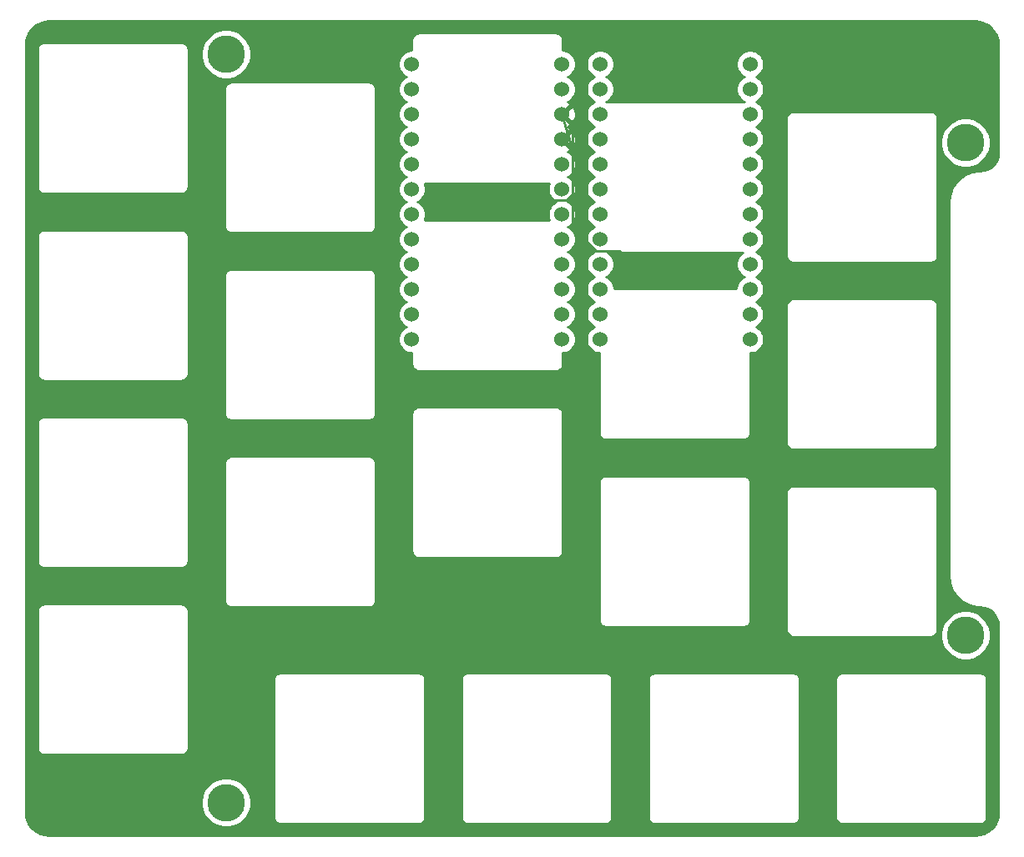
<source format=gbr>
G04 #@! TF.GenerationSoftware,KiCad,Pcbnew,(5.1.0)-1*
G04 #@! TF.CreationDate,2020-01-03T18:30:48+09:00*
G04 #@! TF.ProjectId,100cm^3,31303063-6d5e-4332-9e6b-696361645f70,rev?*
G04 #@! TF.SameCoordinates,Original*
G04 #@! TF.FileFunction,Copper,L2,Bot*
G04 #@! TF.FilePolarity,Positive*
%FSLAX46Y46*%
G04 Gerber Fmt 4.6, Leading zero omitted, Abs format (unit mm)*
G04 Created by KiCad (PCBNEW (5.1.0)-1) date 2020-01-03 18:30:48*
%MOMM*%
%LPD*%
G04 APERTURE LIST*
%ADD10C,3.800000*%
%ADD11C,1.524000*%
%ADD12C,0.250000*%
%ADD13C,0.254000*%
G04 APERTURE END LIST*
D10*
X91000000Y-74000000D03*
X91000000Y-150000000D03*
X166000000Y-133000000D03*
X166000000Y-83000000D03*
D11*
X144158600Y-75020000D03*
X144158600Y-77560000D03*
X144158600Y-80100000D03*
X144158600Y-82640000D03*
X144158600Y-85180000D03*
X144158600Y-87720000D03*
X144158600Y-90260000D03*
X144158600Y-92800000D03*
X144158600Y-95340000D03*
X144158600Y-97880000D03*
X144158600Y-100420000D03*
X144158600Y-102960000D03*
X128938600Y-102960000D03*
X128938600Y-100420000D03*
X128938600Y-97880000D03*
X128938600Y-95340000D03*
X128938600Y-92800000D03*
X128938600Y-90260000D03*
X128938600Y-87720000D03*
X128938600Y-85180000D03*
X128938600Y-82640000D03*
X128938600Y-80100000D03*
X128938600Y-77560000D03*
X128938600Y-75020000D03*
X109841400Y-75020000D03*
X109841400Y-77560000D03*
X109841400Y-80100000D03*
X109841400Y-82640000D03*
X109841400Y-85180000D03*
X109841400Y-87720000D03*
X109841400Y-90260000D03*
X109841400Y-92800000D03*
X109841400Y-95340000D03*
X109841400Y-97880000D03*
X109841400Y-100420000D03*
X109841400Y-102960000D03*
X125061400Y-102960000D03*
X125061400Y-100420000D03*
X125061400Y-97880000D03*
X125061400Y-95340000D03*
X125061400Y-92800000D03*
X125061400Y-90260000D03*
X125061400Y-87720000D03*
X125061400Y-85180000D03*
X125061400Y-82640000D03*
X125061400Y-80100000D03*
X125061400Y-77560000D03*
X125061400Y-75020000D03*
D12*
X125583161Y-88807001D02*
X121192999Y-88807001D01*
X125061400Y-82640000D02*
X126148401Y-83727001D01*
X126148401Y-83727001D02*
X125061400Y-80100000D01*
X125823399Y-80861999D02*
X125061400Y-80100000D01*
X126148401Y-81187001D02*
X125823399Y-80861999D01*
X126148401Y-88241761D02*
X126148401Y-81187001D01*
X125583161Y-88807001D02*
X126148401Y-88241761D01*
X126148401Y-91618563D02*
X128529838Y-94000000D01*
X126148401Y-83727001D02*
X126148401Y-91618563D01*
X128529838Y-94000000D02*
X129347362Y-94000000D01*
X129347362Y-94000000D02*
X131000000Y-94000000D01*
X131000000Y-94000000D02*
X131000000Y-95000000D01*
X131000000Y-95000000D02*
X132000000Y-96000000D01*
D13*
G36*
X167453893Y-70707670D02*
G01*
X167890498Y-70839489D01*
X168293185Y-71053600D01*
X168646612Y-71341848D01*
X168937327Y-71693261D01*
X169154242Y-72094439D01*
X169289106Y-72530113D01*
X169340001Y-73014353D01*
X169340000Y-83967721D01*
X169301853Y-84356776D01*
X169198238Y-84699964D01*
X169029939Y-85016489D01*
X168803365Y-85294296D01*
X168527146Y-85522805D01*
X168211803Y-85693310D01*
X167869344Y-85799319D01*
X167481718Y-85840060D01*
X167480240Y-85840065D01*
X167451560Y-85842978D01*
X167422730Y-85842777D01*
X167413558Y-85843677D01*
X166928316Y-85894678D01*
X166869760Y-85906698D01*
X166810959Y-85917914D01*
X166802138Y-85920578D01*
X166336044Y-86064858D01*
X166280881Y-86088046D01*
X166225435Y-86110448D01*
X166217299Y-86114774D01*
X165788106Y-86346838D01*
X165738539Y-86380271D01*
X165688460Y-86413042D01*
X165681319Y-86418866D01*
X165305374Y-86729875D01*
X165263252Y-86772292D01*
X165220483Y-86814174D01*
X165214610Y-86821275D01*
X164906233Y-87199382D01*
X164873141Y-87249191D01*
X164839334Y-87298563D01*
X164834952Y-87306669D01*
X164605890Y-87737473D01*
X164583099Y-87792767D01*
X164559529Y-87847760D01*
X164556804Y-87856563D01*
X164415781Y-88323653D01*
X164404159Y-88382347D01*
X164391725Y-88440844D01*
X164390762Y-88450009D01*
X164343150Y-88935595D01*
X164340000Y-88967582D01*
X164340001Y-127032419D01*
X164342886Y-127061709D01*
X164342777Y-127077271D01*
X164343677Y-127086442D01*
X164394678Y-127571684D01*
X164406699Y-127630247D01*
X164417914Y-127689040D01*
X164420578Y-127697862D01*
X164564858Y-128163956D01*
X164588033Y-128219086D01*
X164610447Y-128274565D01*
X164614774Y-128282701D01*
X164846838Y-128711894D01*
X164880271Y-128761461D01*
X164913042Y-128811540D01*
X164918867Y-128818681D01*
X165229875Y-129194627D01*
X165272311Y-129236767D01*
X165314174Y-129279517D01*
X165321275Y-129285391D01*
X165699382Y-129593767D01*
X165749191Y-129626859D01*
X165798563Y-129660666D01*
X165806667Y-129665047D01*
X165806675Y-129665051D01*
X166237473Y-129894111D01*
X166292788Y-129916910D01*
X166347760Y-129940471D01*
X166356563Y-129943196D01*
X166823652Y-130084219D01*
X166882369Y-130095845D01*
X166940845Y-130108275D01*
X166950009Y-130109238D01*
X167435581Y-130156849D01*
X167435595Y-130156850D01*
X167856775Y-130198147D01*
X168199967Y-130301763D01*
X168516489Y-130470062D01*
X168794299Y-130696637D01*
X169022806Y-130972856D01*
X169193310Y-131288197D01*
X169299319Y-131630656D01*
X169340001Y-132017722D01*
X169340000Y-150967721D01*
X169292330Y-151453894D01*
X169160512Y-151890497D01*
X168946399Y-152293186D01*
X168658150Y-152646613D01*
X168306739Y-152937327D01*
X167905564Y-153154240D01*
X167469886Y-153289106D01*
X166985664Y-153340000D01*
X73032279Y-153340000D01*
X72546106Y-153292330D01*
X72109503Y-153160512D01*
X71706814Y-152946399D01*
X71353387Y-152658150D01*
X71062673Y-152306739D01*
X70845760Y-151905564D01*
X70710894Y-151469886D01*
X70660000Y-150985664D01*
X70660000Y-149750324D01*
X88465000Y-149750324D01*
X88465000Y-150249676D01*
X88562418Y-150739432D01*
X88753512Y-151200773D01*
X89030937Y-151615968D01*
X89384032Y-151969063D01*
X89799227Y-152246488D01*
X90260568Y-152437582D01*
X90750324Y-152535000D01*
X91249676Y-152535000D01*
X91739432Y-152437582D01*
X92200773Y-152246488D01*
X92615968Y-151969063D01*
X92969063Y-151615968D01*
X93246488Y-151200773D01*
X93437582Y-150739432D01*
X93535000Y-150249676D01*
X93535000Y-149750324D01*
X93437582Y-149260568D01*
X93246488Y-148799227D01*
X92969063Y-148384032D01*
X92615968Y-148030937D01*
X92200773Y-147753512D01*
X91739432Y-147562418D01*
X91249676Y-147465000D01*
X90750324Y-147465000D01*
X90260568Y-147562418D01*
X89799227Y-147753512D01*
X89384032Y-148030937D01*
X89030937Y-148384032D01*
X88753512Y-148799227D01*
X88562418Y-149260568D01*
X88465000Y-149750324D01*
X70660000Y-149750324D01*
X70660000Y-130500000D01*
X71836807Y-130500000D01*
X71840001Y-130532429D01*
X71840000Y-144467581D01*
X71836807Y-144500000D01*
X71849550Y-144629383D01*
X71887290Y-144753793D01*
X71948575Y-144868450D01*
X72031052Y-144968948D01*
X72131550Y-145051425D01*
X72246207Y-145112710D01*
X72370617Y-145150450D01*
X72500000Y-145163193D01*
X72532419Y-145160000D01*
X86467581Y-145160000D01*
X86500000Y-145163193D01*
X86532419Y-145160000D01*
X86629383Y-145150450D01*
X86753793Y-145112710D01*
X86868450Y-145051425D01*
X86968948Y-144968948D01*
X87051425Y-144868450D01*
X87112710Y-144753793D01*
X87150450Y-144629383D01*
X87163193Y-144500000D01*
X87160000Y-144467581D01*
X87160000Y-137500000D01*
X95836807Y-137500000D01*
X95840001Y-137532429D01*
X95840000Y-151467581D01*
X95836807Y-151500000D01*
X95849550Y-151629383D01*
X95887290Y-151753793D01*
X95948575Y-151868450D01*
X96029764Y-151967379D01*
X96031052Y-151968948D01*
X96131550Y-152051425D01*
X96246207Y-152112710D01*
X96370617Y-152150450D01*
X96500000Y-152163193D01*
X96532419Y-152160000D01*
X110467581Y-152160000D01*
X110500000Y-152163193D01*
X110532419Y-152160000D01*
X110629383Y-152150450D01*
X110753793Y-152112710D01*
X110868450Y-152051425D01*
X110968948Y-151968948D01*
X111051425Y-151868450D01*
X111112710Y-151753793D01*
X111150450Y-151629383D01*
X111163193Y-151500000D01*
X111160000Y-151467581D01*
X111160000Y-137532419D01*
X111163193Y-137500000D01*
X114836807Y-137500000D01*
X114840001Y-137532429D01*
X114840000Y-151467581D01*
X114836807Y-151500000D01*
X114849550Y-151629383D01*
X114887290Y-151753793D01*
X114948575Y-151868450D01*
X115029764Y-151967379D01*
X115031052Y-151968948D01*
X115131550Y-152051425D01*
X115246207Y-152112710D01*
X115370617Y-152150450D01*
X115500000Y-152163193D01*
X115532419Y-152160000D01*
X129467581Y-152160000D01*
X129500000Y-152163193D01*
X129532419Y-152160000D01*
X129629383Y-152150450D01*
X129753793Y-152112710D01*
X129868450Y-152051425D01*
X129968948Y-151968948D01*
X130051425Y-151868450D01*
X130112710Y-151753793D01*
X130150450Y-151629383D01*
X130163193Y-151500000D01*
X130160000Y-151467581D01*
X130160000Y-137532419D01*
X130163193Y-137500000D01*
X133836807Y-137500000D01*
X133840001Y-137532429D01*
X133840000Y-151467581D01*
X133836807Y-151500000D01*
X133849550Y-151629383D01*
X133887290Y-151753793D01*
X133948575Y-151868450D01*
X134029764Y-151967379D01*
X134031052Y-151968948D01*
X134131550Y-152051425D01*
X134246207Y-152112710D01*
X134370617Y-152150450D01*
X134500000Y-152163193D01*
X134532419Y-152160000D01*
X148467581Y-152160000D01*
X148500000Y-152163193D01*
X148532419Y-152160000D01*
X148629383Y-152150450D01*
X148753793Y-152112710D01*
X148868450Y-152051425D01*
X148968948Y-151968948D01*
X149051425Y-151868450D01*
X149112710Y-151753793D01*
X149150450Y-151629383D01*
X149163193Y-151500000D01*
X149160000Y-151467581D01*
X149160000Y-137532419D01*
X149163193Y-137500000D01*
X152836807Y-137500000D01*
X152840001Y-137532429D01*
X152840000Y-151467581D01*
X152836807Y-151500000D01*
X152849550Y-151629383D01*
X152887290Y-151753793D01*
X152948575Y-151868450D01*
X153029764Y-151967379D01*
X153031052Y-151968948D01*
X153131550Y-152051425D01*
X153246207Y-152112710D01*
X153370617Y-152150450D01*
X153500000Y-152163193D01*
X153532419Y-152160000D01*
X167467581Y-152160000D01*
X167500000Y-152163193D01*
X167532419Y-152160000D01*
X167629383Y-152150450D01*
X167753793Y-152112710D01*
X167868450Y-152051425D01*
X167968948Y-151968948D01*
X168051425Y-151868450D01*
X168112710Y-151753793D01*
X168150450Y-151629383D01*
X168163193Y-151500000D01*
X168160000Y-151467581D01*
X168160000Y-137532419D01*
X168163193Y-137500000D01*
X168150450Y-137370617D01*
X168112710Y-137246207D01*
X168051425Y-137131550D01*
X167968948Y-137031052D01*
X167868450Y-136948575D01*
X167753793Y-136887290D01*
X167629383Y-136849550D01*
X167532419Y-136840000D01*
X167500000Y-136836807D01*
X167467581Y-136840000D01*
X153532419Y-136840000D01*
X153500000Y-136836807D01*
X153467581Y-136840000D01*
X153370617Y-136849550D01*
X153246207Y-136887290D01*
X153131550Y-136948575D01*
X153031052Y-137031052D01*
X152948575Y-137131550D01*
X152887290Y-137246207D01*
X152849550Y-137370617D01*
X152836807Y-137500000D01*
X149163193Y-137500000D01*
X149150450Y-137370617D01*
X149112710Y-137246207D01*
X149051425Y-137131550D01*
X148968948Y-137031052D01*
X148868450Y-136948575D01*
X148753793Y-136887290D01*
X148629383Y-136849550D01*
X148532419Y-136840000D01*
X148500000Y-136836807D01*
X148467581Y-136840000D01*
X134532419Y-136840000D01*
X134500000Y-136836807D01*
X134467581Y-136840000D01*
X134370617Y-136849550D01*
X134246207Y-136887290D01*
X134131550Y-136948575D01*
X134031052Y-137031052D01*
X133948575Y-137131550D01*
X133887290Y-137246207D01*
X133849550Y-137370617D01*
X133836807Y-137500000D01*
X130163193Y-137500000D01*
X130150450Y-137370617D01*
X130112710Y-137246207D01*
X130051425Y-137131550D01*
X129968948Y-137031052D01*
X129868450Y-136948575D01*
X129753793Y-136887290D01*
X129629383Y-136849550D01*
X129532419Y-136840000D01*
X129500000Y-136836807D01*
X129467581Y-136840000D01*
X115532419Y-136840000D01*
X115500000Y-136836807D01*
X115467581Y-136840000D01*
X115370617Y-136849550D01*
X115246207Y-136887290D01*
X115131550Y-136948575D01*
X115031052Y-137031052D01*
X114948575Y-137131550D01*
X114887290Y-137246207D01*
X114849550Y-137370617D01*
X114836807Y-137500000D01*
X111163193Y-137500000D01*
X111150450Y-137370617D01*
X111112710Y-137246207D01*
X111051425Y-137131550D01*
X110968948Y-137031052D01*
X110868450Y-136948575D01*
X110753793Y-136887290D01*
X110629383Y-136849550D01*
X110532419Y-136840000D01*
X110500000Y-136836807D01*
X110467581Y-136840000D01*
X96532419Y-136840000D01*
X96500000Y-136836807D01*
X96467581Y-136840000D01*
X96370617Y-136849550D01*
X96246207Y-136887290D01*
X96131550Y-136948575D01*
X96031052Y-137031052D01*
X95948575Y-137131550D01*
X95887290Y-137246207D01*
X95849550Y-137370617D01*
X95836807Y-137500000D01*
X87160000Y-137500000D01*
X87160000Y-130532419D01*
X87163193Y-130500000D01*
X87150450Y-130370617D01*
X87112710Y-130246207D01*
X87051425Y-130131550D01*
X86968948Y-130031052D01*
X86868450Y-129948575D01*
X86753793Y-129887290D01*
X86629383Y-129849550D01*
X86532419Y-129840000D01*
X86500000Y-129836807D01*
X86467581Y-129840000D01*
X72532419Y-129840000D01*
X72500000Y-129836807D01*
X72467581Y-129840000D01*
X72370617Y-129849550D01*
X72246207Y-129887290D01*
X72131550Y-129948575D01*
X72031052Y-130031052D01*
X71948575Y-130131550D01*
X71887290Y-130246207D01*
X71849550Y-130370617D01*
X71836807Y-130500000D01*
X70660000Y-130500000D01*
X70660000Y-111500000D01*
X71836807Y-111500000D01*
X71840001Y-111532429D01*
X71840000Y-125467581D01*
X71836807Y-125500000D01*
X71849550Y-125629383D01*
X71887290Y-125753793D01*
X71948575Y-125868450D01*
X72031052Y-125968948D01*
X72131550Y-126051425D01*
X72246207Y-126112710D01*
X72370617Y-126150450D01*
X72500000Y-126163193D01*
X72532419Y-126160000D01*
X86467581Y-126160000D01*
X86500000Y-126163193D01*
X86532419Y-126160000D01*
X86629383Y-126150450D01*
X86753793Y-126112710D01*
X86868450Y-126051425D01*
X86968948Y-125968948D01*
X87051425Y-125868450D01*
X87112710Y-125753793D01*
X87150450Y-125629383D01*
X87163193Y-125500000D01*
X87160000Y-125467581D01*
X87160000Y-115500000D01*
X90836807Y-115500000D01*
X90840001Y-115532429D01*
X90840000Y-129467581D01*
X90836807Y-129500000D01*
X90849550Y-129629383D01*
X90887290Y-129753793D01*
X90948575Y-129868450D01*
X91009918Y-129943196D01*
X91031052Y-129968948D01*
X91131550Y-130051425D01*
X91246207Y-130112710D01*
X91370617Y-130150450D01*
X91500000Y-130163193D01*
X91532419Y-130160000D01*
X105467581Y-130160000D01*
X105500000Y-130163193D01*
X105532419Y-130160000D01*
X105629383Y-130150450D01*
X105753793Y-130112710D01*
X105868450Y-130051425D01*
X105968948Y-129968948D01*
X106051425Y-129868450D01*
X106112710Y-129753793D01*
X106150450Y-129629383D01*
X106163193Y-129500000D01*
X106160000Y-129467581D01*
X106160000Y-115532419D01*
X106163193Y-115500000D01*
X106150450Y-115370617D01*
X106112710Y-115246207D01*
X106051425Y-115131550D01*
X105968948Y-115031052D01*
X105868450Y-114948575D01*
X105753793Y-114887290D01*
X105629383Y-114849550D01*
X105532419Y-114840000D01*
X105500000Y-114836807D01*
X105467581Y-114840000D01*
X91532419Y-114840000D01*
X91500000Y-114836807D01*
X91467581Y-114840000D01*
X91370617Y-114849550D01*
X91246207Y-114887290D01*
X91131550Y-114948575D01*
X91031052Y-115031052D01*
X90948575Y-115131550D01*
X90887290Y-115246207D01*
X90849550Y-115370617D01*
X90836807Y-115500000D01*
X87160000Y-115500000D01*
X87160000Y-111532419D01*
X87163193Y-111500000D01*
X87150450Y-111370617D01*
X87112710Y-111246207D01*
X87051425Y-111131550D01*
X86968948Y-111031052D01*
X86868450Y-110948575D01*
X86753793Y-110887290D01*
X86629383Y-110849550D01*
X86532419Y-110840000D01*
X86500000Y-110836807D01*
X86467581Y-110840000D01*
X72532419Y-110840000D01*
X72500000Y-110836807D01*
X72467581Y-110840000D01*
X72370617Y-110849550D01*
X72246207Y-110887290D01*
X72131550Y-110948575D01*
X72031052Y-111031052D01*
X71948575Y-111131550D01*
X71887290Y-111246207D01*
X71849550Y-111370617D01*
X71836807Y-111500000D01*
X70660000Y-111500000D01*
X70660000Y-92500000D01*
X71836807Y-92500000D01*
X71840001Y-92532429D01*
X71840000Y-106467581D01*
X71836807Y-106500000D01*
X71849550Y-106629383D01*
X71887290Y-106753793D01*
X71948575Y-106868450D01*
X72031052Y-106968948D01*
X72131550Y-107051425D01*
X72246207Y-107112710D01*
X72370617Y-107150450D01*
X72500000Y-107163193D01*
X72532419Y-107160000D01*
X86467581Y-107160000D01*
X86500000Y-107163193D01*
X86532419Y-107160000D01*
X86629383Y-107150450D01*
X86753793Y-107112710D01*
X86868450Y-107051425D01*
X86968948Y-106968948D01*
X87051425Y-106868450D01*
X87112710Y-106753793D01*
X87150450Y-106629383D01*
X87163193Y-106500000D01*
X87160000Y-106467581D01*
X87160000Y-96500000D01*
X90836807Y-96500000D01*
X90840001Y-96532429D01*
X90840000Y-110467581D01*
X90836807Y-110500000D01*
X90849550Y-110629383D01*
X90887290Y-110753793D01*
X90948575Y-110868450D01*
X90964037Y-110887290D01*
X91031052Y-110968948D01*
X91131550Y-111051425D01*
X91246207Y-111112710D01*
X91370617Y-111150450D01*
X91500000Y-111163193D01*
X91532419Y-111160000D01*
X105467581Y-111160000D01*
X105500000Y-111163193D01*
X105532419Y-111160000D01*
X105629383Y-111150450D01*
X105753793Y-111112710D01*
X105868450Y-111051425D01*
X105968948Y-110968948D01*
X106051425Y-110868450D01*
X106112710Y-110753793D01*
X106150450Y-110629383D01*
X106163193Y-110500000D01*
X109836807Y-110500000D01*
X109840001Y-110532429D01*
X109840000Y-124467581D01*
X109836807Y-124500000D01*
X109849550Y-124629383D01*
X109887290Y-124753793D01*
X109948575Y-124868450D01*
X109964037Y-124887290D01*
X110031052Y-124968948D01*
X110131550Y-125051425D01*
X110246207Y-125112710D01*
X110370617Y-125150450D01*
X110500000Y-125163193D01*
X110532419Y-125160000D01*
X124467581Y-125160000D01*
X124500000Y-125163193D01*
X124532419Y-125160000D01*
X124629383Y-125150450D01*
X124753793Y-125112710D01*
X124868450Y-125051425D01*
X124968948Y-124968948D01*
X125051425Y-124868450D01*
X125112710Y-124753793D01*
X125150450Y-124629383D01*
X125163193Y-124500000D01*
X125160000Y-124467581D01*
X125160000Y-117500000D01*
X128836807Y-117500000D01*
X128840001Y-117532429D01*
X128840000Y-131467581D01*
X128836807Y-131500000D01*
X128849550Y-131629383D01*
X128887290Y-131753793D01*
X128948575Y-131868450D01*
X128993122Y-131922730D01*
X129031052Y-131968948D01*
X129131550Y-132051425D01*
X129246207Y-132112710D01*
X129370617Y-132150450D01*
X129500000Y-132163193D01*
X129532419Y-132160000D01*
X143467581Y-132160000D01*
X143500000Y-132163193D01*
X143532419Y-132160000D01*
X143629383Y-132150450D01*
X143753793Y-132112710D01*
X143868450Y-132051425D01*
X143968948Y-131968948D01*
X144051425Y-131868450D01*
X144112710Y-131753793D01*
X144150450Y-131629383D01*
X144163193Y-131500000D01*
X144160000Y-131467581D01*
X144160000Y-118500000D01*
X147836807Y-118500000D01*
X147840001Y-118532429D01*
X147840000Y-132467581D01*
X147836807Y-132500000D01*
X147849550Y-132629383D01*
X147887290Y-132753793D01*
X147948575Y-132868450D01*
X148031052Y-132968948D01*
X148131550Y-133051425D01*
X148246207Y-133112710D01*
X148370617Y-133150450D01*
X148500000Y-133163193D01*
X148532419Y-133160000D01*
X162467581Y-133160000D01*
X162500000Y-133163193D01*
X162532419Y-133160000D01*
X162629383Y-133150450D01*
X162753793Y-133112710D01*
X162868450Y-133051425D01*
X162968948Y-132968948D01*
X163051425Y-132868450D01*
X163112710Y-132753793D01*
X163113762Y-132750324D01*
X163465000Y-132750324D01*
X163465000Y-133249676D01*
X163562418Y-133739432D01*
X163753512Y-134200773D01*
X164030937Y-134615968D01*
X164384032Y-134969063D01*
X164799227Y-135246488D01*
X165260568Y-135437582D01*
X165750324Y-135535000D01*
X166249676Y-135535000D01*
X166739432Y-135437582D01*
X167200773Y-135246488D01*
X167615968Y-134969063D01*
X167969063Y-134615968D01*
X168246488Y-134200773D01*
X168437582Y-133739432D01*
X168535000Y-133249676D01*
X168535000Y-132750324D01*
X168437582Y-132260568D01*
X168246488Y-131799227D01*
X167969063Y-131384032D01*
X167615968Y-131030937D01*
X167200773Y-130753512D01*
X166739432Y-130562418D01*
X166249676Y-130465000D01*
X165750324Y-130465000D01*
X165260568Y-130562418D01*
X164799227Y-130753512D01*
X164384032Y-131030937D01*
X164030937Y-131384032D01*
X163753512Y-131799227D01*
X163562418Y-132260568D01*
X163465000Y-132750324D01*
X163113762Y-132750324D01*
X163150450Y-132629383D01*
X163163193Y-132500000D01*
X163160000Y-132467581D01*
X163160000Y-118532419D01*
X163163193Y-118500000D01*
X163150450Y-118370617D01*
X163112710Y-118246207D01*
X163051425Y-118131550D01*
X162968948Y-118031052D01*
X162868450Y-117948575D01*
X162753793Y-117887290D01*
X162629383Y-117849550D01*
X162532419Y-117840000D01*
X162500000Y-117836807D01*
X162467581Y-117840000D01*
X148532419Y-117840000D01*
X148500000Y-117836807D01*
X148467581Y-117840000D01*
X148370617Y-117849550D01*
X148246207Y-117887290D01*
X148131550Y-117948575D01*
X148031052Y-118031052D01*
X147948575Y-118131550D01*
X147887290Y-118246207D01*
X147849550Y-118370617D01*
X147836807Y-118500000D01*
X144160000Y-118500000D01*
X144160000Y-117532419D01*
X144163193Y-117500000D01*
X144150450Y-117370617D01*
X144112710Y-117246207D01*
X144051425Y-117131550D01*
X143968948Y-117031052D01*
X143868450Y-116948575D01*
X143753793Y-116887290D01*
X143629383Y-116849550D01*
X143532419Y-116840000D01*
X143500000Y-116836807D01*
X143467581Y-116840000D01*
X129532419Y-116840000D01*
X129500000Y-116836807D01*
X129467581Y-116840000D01*
X129370617Y-116849550D01*
X129246207Y-116887290D01*
X129131550Y-116948575D01*
X129031052Y-117031052D01*
X128948575Y-117131550D01*
X128887290Y-117246207D01*
X128849550Y-117370617D01*
X128836807Y-117500000D01*
X125160000Y-117500000D01*
X125160000Y-110532418D01*
X125163193Y-110500000D01*
X125150450Y-110370617D01*
X125112710Y-110246207D01*
X125051425Y-110131550D01*
X124968948Y-110031052D01*
X124868450Y-109948575D01*
X124753793Y-109887290D01*
X124629383Y-109849550D01*
X124532419Y-109840000D01*
X124500000Y-109836807D01*
X124467581Y-109840000D01*
X110532419Y-109840000D01*
X110500000Y-109836807D01*
X110467581Y-109840000D01*
X110370617Y-109849550D01*
X110246207Y-109887290D01*
X110131550Y-109948575D01*
X110031052Y-110031052D01*
X109948575Y-110131550D01*
X109887290Y-110246207D01*
X109849550Y-110370617D01*
X109836807Y-110500000D01*
X106163193Y-110500000D01*
X106160000Y-110467581D01*
X106160000Y-96532419D01*
X106163193Y-96500000D01*
X106150450Y-96370617D01*
X106112710Y-96246207D01*
X106051425Y-96131550D01*
X105968948Y-96031052D01*
X105868450Y-95948575D01*
X105753793Y-95887290D01*
X105629383Y-95849550D01*
X105532419Y-95840000D01*
X105500000Y-95836807D01*
X105467581Y-95840000D01*
X91532419Y-95840000D01*
X91500000Y-95836807D01*
X91467581Y-95840000D01*
X91370617Y-95849550D01*
X91246207Y-95887290D01*
X91131550Y-95948575D01*
X91031052Y-96031052D01*
X90948575Y-96131550D01*
X90887290Y-96246207D01*
X90849550Y-96370617D01*
X90836807Y-96500000D01*
X87160000Y-96500000D01*
X87160000Y-92532419D01*
X87163193Y-92500000D01*
X87150450Y-92370617D01*
X87112710Y-92246207D01*
X87051425Y-92131550D01*
X86968948Y-92031052D01*
X86868450Y-91948575D01*
X86753793Y-91887290D01*
X86629383Y-91849550D01*
X86532419Y-91840000D01*
X86500000Y-91836807D01*
X86467581Y-91840000D01*
X72532419Y-91840000D01*
X72500000Y-91836807D01*
X72467581Y-91840000D01*
X72370617Y-91849550D01*
X72246207Y-91887290D01*
X72131550Y-91948575D01*
X72031052Y-92031052D01*
X71948575Y-92131550D01*
X71887290Y-92246207D01*
X71849550Y-92370617D01*
X71836807Y-92500000D01*
X70660000Y-92500000D01*
X70660000Y-73500000D01*
X71836807Y-73500000D01*
X71840001Y-73532429D01*
X71840000Y-87467581D01*
X71836807Y-87500000D01*
X71849550Y-87629383D01*
X71887290Y-87753793D01*
X71948575Y-87868450D01*
X71998694Y-87929520D01*
X72031052Y-87968948D01*
X72131550Y-88051425D01*
X72246207Y-88112710D01*
X72370617Y-88150450D01*
X72500000Y-88163193D01*
X72532419Y-88160000D01*
X86467581Y-88160000D01*
X86500000Y-88163193D01*
X86532419Y-88160000D01*
X86629383Y-88150450D01*
X86753793Y-88112710D01*
X86868450Y-88051425D01*
X86968948Y-87968948D01*
X87051425Y-87868450D01*
X87112710Y-87753793D01*
X87150450Y-87629383D01*
X87163193Y-87500000D01*
X87160000Y-87467581D01*
X87160000Y-77500000D01*
X90836807Y-77500000D01*
X90840001Y-77532429D01*
X90840000Y-91467581D01*
X90836807Y-91500000D01*
X90849550Y-91629383D01*
X90887290Y-91753793D01*
X90948575Y-91868450D01*
X91014332Y-91948575D01*
X91031052Y-91968948D01*
X91131550Y-92051425D01*
X91246207Y-92112710D01*
X91370617Y-92150450D01*
X91500000Y-92163193D01*
X91532419Y-92160000D01*
X105467581Y-92160000D01*
X105500000Y-92163193D01*
X105532419Y-92160000D01*
X105629383Y-92150450D01*
X105753793Y-92112710D01*
X105868450Y-92051425D01*
X105968948Y-91968948D01*
X106051425Y-91868450D01*
X106112710Y-91753793D01*
X106150450Y-91629383D01*
X106163193Y-91500000D01*
X106160000Y-91467581D01*
X106160000Y-77532419D01*
X106163193Y-77500000D01*
X106150450Y-77370617D01*
X106112710Y-77246207D01*
X106051425Y-77131550D01*
X105968948Y-77031052D01*
X105868450Y-76948575D01*
X105753793Y-76887290D01*
X105629383Y-76849550D01*
X105532419Y-76840000D01*
X105500000Y-76836807D01*
X105467581Y-76840000D01*
X91532419Y-76840000D01*
X91500000Y-76836807D01*
X91467581Y-76840000D01*
X91370617Y-76849550D01*
X91246207Y-76887290D01*
X91131550Y-76948575D01*
X91031052Y-77031052D01*
X90948575Y-77131550D01*
X90887290Y-77246207D01*
X90849550Y-77370617D01*
X90836807Y-77500000D01*
X87160000Y-77500000D01*
X87160000Y-73750324D01*
X88465000Y-73750324D01*
X88465000Y-74249676D01*
X88562418Y-74739432D01*
X88753512Y-75200773D01*
X89030937Y-75615968D01*
X89384032Y-75969063D01*
X89799227Y-76246488D01*
X90260568Y-76437582D01*
X90750324Y-76535000D01*
X91249676Y-76535000D01*
X91739432Y-76437582D01*
X92200773Y-76246488D01*
X92615968Y-75969063D01*
X92969063Y-75615968D01*
X93246488Y-75200773D01*
X93378359Y-74882408D01*
X108444400Y-74882408D01*
X108444400Y-75157592D01*
X108498086Y-75427490D01*
X108603395Y-75681727D01*
X108756280Y-75910535D01*
X108950865Y-76105120D01*
X109179673Y-76258005D01*
X109256915Y-76290000D01*
X109179673Y-76321995D01*
X108950865Y-76474880D01*
X108756280Y-76669465D01*
X108603395Y-76898273D01*
X108498086Y-77152510D01*
X108444400Y-77422408D01*
X108444400Y-77697592D01*
X108498086Y-77967490D01*
X108603395Y-78221727D01*
X108756280Y-78450535D01*
X108950865Y-78645120D01*
X109179673Y-78798005D01*
X109256915Y-78830000D01*
X109179673Y-78861995D01*
X108950865Y-79014880D01*
X108756280Y-79209465D01*
X108603395Y-79438273D01*
X108498086Y-79692510D01*
X108444400Y-79962408D01*
X108444400Y-80237592D01*
X108498086Y-80507490D01*
X108603395Y-80761727D01*
X108756280Y-80990535D01*
X108950865Y-81185120D01*
X109179673Y-81338005D01*
X109256915Y-81370000D01*
X109179673Y-81401995D01*
X108950865Y-81554880D01*
X108756280Y-81749465D01*
X108603395Y-81978273D01*
X108498086Y-82232510D01*
X108444400Y-82502408D01*
X108444400Y-82777592D01*
X108498086Y-83047490D01*
X108603395Y-83301727D01*
X108756280Y-83530535D01*
X108950865Y-83725120D01*
X109179673Y-83878005D01*
X109256915Y-83910000D01*
X109179673Y-83941995D01*
X108950865Y-84094880D01*
X108756280Y-84289465D01*
X108603395Y-84518273D01*
X108498086Y-84772510D01*
X108444400Y-85042408D01*
X108444400Y-85317592D01*
X108498086Y-85587490D01*
X108603395Y-85841727D01*
X108756280Y-86070535D01*
X108950865Y-86265120D01*
X109179673Y-86418005D01*
X109256915Y-86450000D01*
X109179673Y-86481995D01*
X108950865Y-86634880D01*
X108756280Y-86829465D01*
X108603395Y-87058273D01*
X108498086Y-87312510D01*
X108444400Y-87582408D01*
X108444400Y-87857592D01*
X108498086Y-88127490D01*
X108603395Y-88381727D01*
X108756280Y-88610535D01*
X108950865Y-88805120D01*
X109179673Y-88958005D01*
X109256915Y-88990000D01*
X109179673Y-89021995D01*
X108950865Y-89174880D01*
X108756280Y-89369465D01*
X108603395Y-89598273D01*
X108498086Y-89852510D01*
X108444400Y-90122408D01*
X108444400Y-90397592D01*
X108498086Y-90667490D01*
X108603395Y-90921727D01*
X108756280Y-91150535D01*
X108950865Y-91345120D01*
X109179673Y-91498005D01*
X109256915Y-91530000D01*
X109179673Y-91561995D01*
X108950865Y-91714880D01*
X108756280Y-91909465D01*
X108603395Y-92138273D01*
X108498086Y-92392510D01*
X108444400Y-92662408D01*
X108444400Y-92937592D01*
X108498086Y-93207490D01*
X108603395Y-93461727D01*
X108756280Y-93690535D01*
X108950865Y-93885120D01*
X109179673Y-94038005D01*
X109256915Y-94070000D01*
X109179673Y-94101995D01*
X108950865Y-94254880D01*
X108756280Y-94449465D01*
X108603395Y-94678273D01*
X108498086Y-94932510D01*
X108444400Y-95202408D01*
X108444400Y-95477592D01*
X108498086Y-95747490D01*
X108603395Y-96001727D01*
X108756280Y-96230535D01*
X108950865Y-96425120D01*
X109179673Y-96578005D01*
X109256915Y-96610000D01*
X109179673Y-96641995D01*
X108950865Y-96794880D01*
X108756280Y-96989465D01*
X108603395Y-97218273D01*
X108498086Y-97472510D01*
X108444400Y-97742408D01*
X108444400Y-98017592D01*
X108498086Y-98287490D01*
X108603395Y-98541727D01*
X108756280Y-98770535D01*
X108950865Y-98965120D01*
X109179673Y-99118005D01*
X109256915Y-99150000D01*
X109179673Y-99181995D01*
X108950865Y-99334880D01*
X108756280Y-99529465D01*
X108603395Y-99758273D01*
X108498086Y-100012510D01*
X108444400Y-100282408D01*
X108444400Y-100557592D01*
X108498086Y-100827490D01*
X108603395Y-101081727D01*
X108756280Y-101310535D01*
X108950865Y-101505120D01*
X109179673Y-101658005D01*
X109256915Y-101690000D01*
X109179673Y-101721995D01*
X108950865Y-101874880D01*
X108756280Y-102069465D01*
X108603395Y-102298273D01*
X108498086Y-102552510D01*
X108444400Y-102822408D01*
X108444400Y-103097592D01*
X108498086Y-103367490D01*
X108603395Y-103621727D01*
X108756280Y-103850535D01*
X108950865Y-104045120D01*
X109179673Y-104198005D01*
X109433910Y-104303314D01*
X109703808Y-104357000D01*
X109840000Y-104357000D01*
X109840000Y-105467581D01*
X109836807Y-105500000D01*
X109849550Y-105629383D01*
X109887290Y-105753793D01*
X109948575Y-105868450D01*
X109964037Y-105887290D01*
X110031052Y-105968948D01*
X110131550Y-106051425D01*
X110246207Y-106112710D01*
X110370617Y-106150450D01*
X110500000Y-106163193D01*
X110532419Y-106160000D01*
X124467581Y-106160000D01*
X124500000Y-106163193D01*
X124532419Y-106160000D01*
X124629383Y-106150450D01*
X124753793Y-106112710D01*
X124868450Y-106051425D01*
X124968948Y-105968948D01*
X125051425Y-105868450D01*
X125112710Y-105753793D01*
X125150450Y-105629383D01*
X125163193Y-105500000D01*
X125160000Y-105467581D01*
X125160000Y-104357000D01*
X125198992Y-104357000D01*
X125468890Y-104303314D01*
X125723127Y-104198005D01*
X125951935Y-104045120D01*
X126146520Y-103850535D01*
X126299405Y-103621727D01*
X126404714Y-103367490D01*
X126458400Y-103097592D01*
X126458400Y-102822408D01*
X126404714Y-102552510D01*
X126299405Y-102298273D01*
X126146520Y-102069465D01*
X125951935Y-101874880D01*
X125723127Y-101721995D01*
X125645885Y-101690000D01*
X125723127Y-101658005D01*
X125951935Y-101505120D01*
X126146520Y-101310535D01*
X126299405Y-101081727D01*
X126404714Y-100827490D01*
X126458400Y-100557592D01*
X126458400Y-100282408D01*
X126404714Y-100012510D01*
X126299405Y-99758273D01*
X126146520Y-99529465D01*
X125951935Y-99334880D01*
X125723127Y-99181995D01*
X125645885Y-99150000D01*
X125723127Y-99118005D01*
X125951935Y-98965120D01*
X126146520Y-98770535D01*
X126299405Y-98541727D01*
X126404714Y-98287490D01*
X126458400Y-98017592D01*
X126458400Y-97742408D01*
X126404714Y-97472510D01*
X126299405Y-97218273D01*
X126146520Y-96989465D01*
X125951935Y-96794880D01*
X125723127Y-96641995D01*
X125645885Y-96610000D01*
X125723127Y-96578005D01*
X125951935Y-96425120D01*
X126146520Y-96230535D01*
X126299405Y-96001727D01*
X126404714Y-95747490D01*
X126458400Y-95477592D01*
X126458400Y-95202408D01*
X126404714Y-94932510D01*
X126299405Y-94678273D01*
X126146520Y-94449465D01*
X125951935Y-94254880D01*
X125723127Y-94101995D01*
X125645885Y-94070000D01*
X125723127Y-94038005D01*
X125951935Y-93885120D01*
X126146520Y-93690535D01*
X126299405Y-93461727D01*
X126404714Y-93207490D01*
X126458400Y-92937592D01*
X126458400Y-92662408D01*
X126404714Y-92392510D01*
X126299405Y-92138273D01*
X126146520Y-91909465D01*
X125951935Y-91714880D01*
X125723127Y-91561995D01*
X125645885Y-91530000D01*
X125723127Y-91498005D01*
X125951935Y-91345120D01*
X126146520Y-91150535D01*
X126299405Y-90921727D01*
X126404714Y-90667490D01*
X126458400Y-90397592D01*
X126458400Y-90122408D01*
X126404714Y-89852510D01*
X126299405Y-89598273D01*
X126146520Y-89369465D01*
X125951935Y-89174880D01*
X125723127Y-89021995D01*
X125645885Y-88990000D01*
X125723127Y-88958005D01*
X125951935Y-88805120D01*
X126146520Y-88610535D01*
X126299405Y-88381727D01*
X126404714Y-88127490D01*
X126458400Y-87857592D01*
X126458400Y-87582408D01*
X126404714Y-87312510D01*
X126299405Y-87058273D01*
X126146520Y-86829465D01*
X125951935Y-86634880D01*
X125723127Y-86481995D01*
X125645885Y-86450000D01*
X125723127Y-86418005D01*
X125951935Y-86265120D01*
X126146520Y-86070535D01*
X126299405Y-85841727D01*
X126404714Y-85587490D01*
X126458400Y-85317592D01*
X126458400Y-85042408D01*
X126404714Y-84772510D01*
X126299405Y-84518273D01*
X126146520Y-84289465D01*
X125951935Y-84094880D01*
X125723127Y-83941995D01*
X125651457Y-83912308D01*
X125664423Y-83907636D01*
X125780380Y-83845656D01*
X125847360Y-83605565D01*
X125160000Y-82918205D01*
X125160000Y-82640000D01*
X125241005Y-82640000D01*
X126026965Y-83425960D01*
X126267056Y-83358980D01*
X126384156Y-83109952D01*
X126450423Y-82842865D01*
X126463310Y-82567983D01*
X126422322Y-82295867D01*
X126329036Y-82036977D01*
X126267056Y-81921020D01*
X126026965Y-81854040D01*
X125241005Y-82640000D01*
X125160000Y-82640000D01*
X125160000Y-82361795D01*
X125847360Y-81674435D01*
X125780380Y-81434344D01*
X125649756Y-81372921D01*
X125664423Y-81367636D01*
X125780380Y-81305656D01*
X125847360Y-81065565D01*
X125160000Y-80378205D01*
X125160000Y-80100000D01*
X125241005Y-80100000D01*
X126026965Y-80885960D01*
X126267056Y-80818980D01*
X126384156Y-80569952D01*
X126450423Y-80302865D01*
X126463310Y-80027983D01*
X126422322Y-79755867D01*
X126329036Y-79496977D01*
X126267056Y-79381020D01*
X126026965Y-79314040D01*
X125241005Y-80100000D01*
X125160000Y-80100000D01*
X125160000Y-79821795D01*
X125847360Y-79134435D01*
X125780380Y-78894344D01*
X125644640Y-78830515D01*
X125723127Y-78798005D01*
X125951935Y-78645120D01*
X126146520Y-78450535D01*
X126299405Y-78221727D01*
X126404714Y-77967490D01*
X126458400Y-77697592D01*
X126458400Y-77422408D01*
X126404714Y-77152510D01*
X126299405Y-76898273D01*
X126146520Y-76669465D01*
X125951935Y-76474880D01*
X125723127Y-76321995D01*
X125645885Y-76290000D01*
X125723127Y-76258005D01*
X125951935Y-76105120D01*
X126146520Y-75910535D01*
X126299405Y-75681727D01*
X126404714Y-75427490D01*
X126458400Y-75157592D01*
X126458400Y-74882408D01*
X127541600Y-74882408D01*
X127541600Y-75157592D01*
X127595286Y-75427490D01*
X127700595Y-75681727D01*
X127853480Y-75910535D01*
X128048065Y-76105120D01*
X128276873Y-76258005D01*
X128354115Y-76290000D01*
X128276873Y-76321995D01*
X128048065Y-76474880D01*
X127853480Y-76669465D01*
X127700595Y-76898273D01*
X127595286Y-77152510D01*
X127541600Y-77422408D01*
X127541600Y-77697592D01*
X127595286Y-77967490D01*
X127700595Y-78221727D01*
X127853480Y-78450535D01*
X128048065Y-78645120D01*
X128276873Y-78798005D01*
X128354115Y-78830000D01*
X128276873Y-78861995D01*
X128048065Y-79014880D01*
X127853480Y-79209465D01*
X127700595Y-79438273D01*
X127595286Y-79692510D01*
X127541600Y-79962408D01*
X127541600Y-80237592D01*
X127595286Y-80507490D01*
X127700595Y-80761727D01*
X127853480Y-80990535D01*
X128048065Y-81185120D01*
X128276873Y-81338005D01*
X128354115Y-81370000D01*
X128276873Y-81401995D01*
X128048065Y-81554880D01*
X127853480Y-81749465D01*
X127700595Y-81978273D01*
X127595286Y-82232510D01*
X127541600Y-82502408D01*
X127541600Y-82777592D01*
X127595286Y-83047490D01*
X127700595Y-83301727D01*
X127853480Y-83530535D01*
X128048065Y-83725120D01*
X128276873Y-83878005D01*
X128354115Y-83910000D01*
X128276873Y-83941995D01*
X128048065Y-84094880D01*
X127853480Y-84289465D01*
X127700595Y-84518273D01*
X127595286Y-84772510D01*
X127541600Y-85042408D01*
X127541600Y-85317592D01*
X127595286Y-85587490D01*
X127700595Y-85841727D01*
X127853480Y-86070535D01*
X128048065Y-86265120D01*
X128276873Y-86418005D01*
X128354115Y-86450000D01*
X128276873Y-86481995D01*
X128048065Y-86634880D01*
X127853480Y-86829465D01*
X127700595Y-87058273D01*
X127595286Y-87312510D01*
X127541600Y-87582408D01*
X127541600Y-87857592D01*
X127595286Y-88127490D01*
X127700595Y-88381727D01*
X127853480Y-88610535D01*
X128048065Y-88805120D01*
X128276873Y-88958005D01*
X128354115Y-88990000D01*
X128276873Y-89021995D01*
X128048065Y-89174880D01*
X127853480Y-89369465D01*
X127700595Y-89598273D01*
X127595286Y-89852510D01*
X127541600Y-90122408D01*
X127541600Y-90397592D01*
X127595286Y-90667490D01*
X127700595Y-90921727D01*
X127853480Y-91150535D01*
X128048065Y-91345120D01*
X128276873Y-91498005D01*
X128354115Y-91530000D01*
X128276873Y-91561995D01*
X128048065Y-91714880D01*
X127853480Y-91909465D01*
X127700595Y-92138273D01*
X127595286Y-92392510D01*
X127541600Y-92662408D01*
X127541600Y-92937592D01*
X127595286Y-93207490D01*
X127700595Y-93461727D01*
X127853480Y-93690535D01*
X128048065Y-93885120D01*
X128276873Y-94038005D01*
X128354115Y-94070000D01*
X128276873Y-94101995D01*
X128048065Y-94254880D01*
X127853480Y-94449465D01*
X127700595Y-94678273D01*
X127595286Y-94932510D01*
X127541600Y-95202408D01*
X127541600Y-95477592D01*
X127595286Y-95747490D01*
X127700595Y-96001727D01*
X127853480Y-96230535D01*
X128048065Y-96425120D01*
X128276873Y-96578005D01*
X128354115Y-96610000D01*
X128276873Y-96641995D01*
X128048065Y-96794880D01*
X127853480Y-96989465D01*
X127700595Y-97218273D01*
X127595286Y-97472510D01*
X127541600Y-97742408D01*
X127541600Y-98017592D01*
X127595286Y-98287490D01*
X127700595Y-98541727D01*
X127853480Y-98770535D01*
X128048065Y-98965120D01*
X128276873Y-99118005D01*
X128354115Y-99150000D01*
X128276873Y-99181995D01*
X128048065Y-99334880D01*
X127853480Y-99529465D01*
X127700595Y-99758273D01*
X127595286Y-100012510D01*
X127541600Y-100282408D01*
X127541600Y-100557592D01*
X127595286Y-100827490D01*
X127700595Y-101081727D01*
X127853480Y-101310535D01*
X128048065Y-101505120D01*
X128276873Y-101658005D01*
X128354115Y-101690000D01*
X128276873Y-101721995D01*
X128048065Y-101874880D01*
X127853480Y-102069465D01*
X127700595Y-102298273D01*
X127595286Y-102552510D01*
X127541600Y-102822408D01*
X127541600Y-103097592D01*
X127595286Y-103367490D01*
X127700595Y-103621727D01*
X127853480Y-103850535D01*
X128048065Y-104045120D01*
X128276873Y-104198005D01*
X128531110Y-104303314D01*
X128801008Y-104357000D01*
X128840001Y-104357000D01*
X128840000Y-112467581D01*
X128836807Y-112500000D01*
X128849550Y-112629383D01*
X128887290Y-112753793D01*
X128948575Y-112868450D01*
X128964037Y-112887290D01*
X129031052Y-112968948D01*
X129131550Y-113051425D01*
X129246207Y-113112710D01*
X129370617Y-113150450D01*
X129500000Y-113163193D01*
X129532419Y-113160000D01*
X143467581Y-113160000D01*
X143500000Y-113163193D01*
X143532419Y-113160000D01*
X143629383Y-113150450D01*
X143753793Y-113112710D01*
X143868450Y-113051425D01*
X143968948Y-112968948D01*
X144051425Y-112868450D01*
X144112710Y-112753793D01*
X144150450Y-112629383D01*
X144163193Y-112500000D01*
X144160000Y-112467581D01*
X144160000Y-104357000D01*
X144296192Y-104357000D01*
X144566090Y-104303314D01*
X144820327Y-104198005D01*
X145049135Y-104045120D01*
X145243720Y-103850535D01*
X145396605Y-103621727D01*
X145501914Y-103367490D01*
X145555600Y-103097592D01*
X145555600Y-102822408D01*
X145501914Y-102552510D01*
X145396605Y-102298273D01*
X145243720Y-102069465D01*
X145049135Y-101874880D01*
X144820327Y-101721995D01*
X144743085Y-101690000D01*
X144820327Y-101658005D01*
X145049135Y-101505120D01*
X145243720Y-101310535D01*
X145396605Y-101081727D01*
X145501914Y-100827490D01*
X145555600Y-100557592D01*
X145555600Y-100282408D01*
X145501914Y-100012510D01*
X145396605Y-99758273D01*
X145243720Y-99529465D01*
X145214255Y-99500000D01*
X147836807Y-99500000D01*
X147840001Y-99532429D01*
X147840000Y-113467581D01*
X147836807Y-113500000D01*
X147849550Y-113629383D01*
X147887290Y-113753793D01*
X147948575Y-113868450D01*
X148031052Y-113968948D01*
X148131550Y-114051425D01*
X148246207Y-114112710D01*
X148370617Y-114150450D01*
X148500000Y-114163193D01*
X148532419Y-114160000D01*
X162467581Y-114160000D01*
X162500000Y-114163193D01*
X162532419Y-114160000D01*
X162629383Y-114150450D01*
X162753793Y-114112710D01*
X162868450Y-114051425D01*
X162968948Y-113968948D01*
X163051425Y-113868450D01*
X163112710Y-113753793D01*
X163150450Y-113629383D01*
X163163193Y-113500000D01*
X163160000Y-113467581D01*
X163160000Y-99532419D01*
X163163193Y-99500000D01*
X163150450Y-99370617D01*
X163112710Y-99246207D01*
X163051425Y-99131550D01*
X162968948Y-99031052D01*
X162868450Y-98948575D01*
X162753793Y-98887290D01*
X162629383Y-98849550D01*
X162532419Y-98840000D01*
X162500000Y-98836807D01*
X162467581Y-98840000D01*
X148532419Y-98840000D01*
X148500000Y-98836807D01*
X148467581Y-98840000D01*
X148370617Y-98849550D01*
X148246207Y-98887290D01*
X148131550Y-98948575D01*
X148031052Y-99031052D01*
X147948575Y-99131550D01*
X147887290Y-99246207D01*
X147849550Y-99370617D01*
X147836807Y-99500000D01*
X145214255Y-99500000D01*
X145049135Y-99334880D01*
X144820327Y-99181995D01*
X144743085Y-99150000D01*
X144820327Y-99118005D01*
X145049135Y-98965120D01*
X145243720Y-98770535D01*
X145396605Y-98541727D01*
X145501914Y-98287490D01*
X145555600Y-98017592D01*
X145555600Y-97742408D01*
X145501914Y-97472510D01*
X145396605Y-97218273D01*
X145243720Y-96989465D01*
X145049135Y-96794880D01*
X144820327Y-96641995D01*
X144743085Y-96610000D01*
X144820327Y-96578005D01*
X145049135Y-96425120D01*
X145243720Y-96230535D01*
X145396605Y-96001727D01*
X145501914Y-95747490D01*
X145555600Y-95477592D01*
X145555600Y-95202408D01*
X145501914Y-94932510D01*
X145396605Y-94678273D01*
X145243720Y-94449465D01*
X145049135Y-94254880D01*
X144820327Y-94101995D01*
X144743085Y-94070000D01*
X144820327Y-94038005D01*
X145049135Y-93885120D01*
X145243720Y-93690535D01*
X145396605Y-93461727D01*
X145501914Y-93207490D01*
X145555600Y-92937592D01*
X145555600Y-92662408D01*
X145501914Y-92392510D01*
X145396605Y-92138273D01*
X145243720Y-91909465D01*
X145049135Y-91714880D01*
X144820327Y-91561995D01*
X144743085Y-91530000D01*
X144820327Y-91498005D01*
X145049135Y-91345120D01*
X145243720Y-91150535D01*
X145396605Y-90921727D01*
X145501914Y-90667490D01*
X145555600Y-90397592D01*
X145555600Y-90122408D01*
X145501914Y-89852510D01*
X145396605Y-89598273D01*
X145243720Y-89369465D01*
X145049135Y-89174880D01*
X144820327Y-89021995D01*
X144743085Y-88990000D01*
X144820327Y-88958005D01*
X145049135Y-88805120D01*
X145243720Y-88610535D01*
X145396605Y-88381727D01*
X145501914Y-88127490D01*
X145555600Y-87857592D01*
X145555600Y-87582408D01*
X145501914Y-87312510D01*
X145396605Y-87058273D01*
X145243720Y-86829465D01*
X145049135Y-86634880D01*
X144820327Y-86481995D01*
X144743085Y-86450000D01*
X144820327Y-86418005D01*
X145049135Y-86265120D01*
X145243720Y-86070535D01*
X145396605Y-85841727D01*
X145501914Y-85587490D01*
X145555600Y-85317592D01*
X145555600Y-85042408D01*
X145501914Y-84772510D01*
X145396605Y-84518273D01*
X145243720Y-84289465D01*
X145049135Y-84094880D01*
X144820327Y-83941995D01*
X144743085Y-83910000D01*
X144820327Y-83878005D01*
X145049135Y-83725120D01*
X145243720Y-83530535D01*
X145396605Y-83301727D01*
X145501914Y-83047490D01*
X145555600Y-82777592D01*
X145555600Y-82502408D01*
X145501914Y-82232510D01*
X145396605Y-81978273D01*
X145243720Y-81749465D01*
X145049135Y-81554880D01*
X144820327Y-81401995D01*
X144743085Y-81370000D01*
X144820327Y-81338005D01*
X145049135Y-81185120D01*
X145243720Y-80990535D01*
X145396605Y-80761727D01*
X145501914Y-80507490D01*
X145503403Y-80500000D01*
X147836807Y-80500000D01*
X147840001Y-80532429D01*
X147840000Y-94467581D01*
X147836807Y-94500000D01*
X147849550Y-94629383D01*
X147887290Y-94753793D01*
X147948575Y-94868450D01*
X148001148Y-94932510D01*
X148031052Y-94968948D01*
X148131550Y-95051425D01*
X148246207Y-95112710D01*
X148370617Y-95150450D01*
X148500000Y-95163193D01*
X148532419Y-95160000D01*
X162467581Y-95160000D01*
X162500000Y-95163193D01*
X162532419Y-95160000D01*
X162629383Y-95150450D01*
X162753793Y-95112710D01*
X162868450Y-95051425D01*
X162968948Y-94968948D01*
X163051425Y-94868450D01*
X163112710Y-94753793D01*
X163150450Y-94629383D01*
X163163193Y-94500000D01*
X163160000Y-94467581D01*
X163160000Y-82750324D01*
X163465000Y-82750324D01*
X163465000Y-83249676D01*
X163562418Y-83739432D01*
X163753512Y-84200773D01*
X164030937Y-84615968D01*
X164384032Y-84969063D01*
X164799227Y-85246488D01*
X165260568Y-85437582D01*
X165750324Y-85535000D01*
X166249676Y-85535000D01*
X166739432Y-85437582D01*
X167200773Y-85246488D01*
X167615968Y-84969063D01*
X167969063Y-84615968D01*
X168246488Y-84200773D01*
X168437582Y-83739432D01*
X168535000Y-83249676D01*
X168535000Y-82750324D01*
X168437582Y-82260568D01*
X168246488Y-81799227D01*
X167969063Y-81384032D01*
X167615968Y-81030937D01*
X167200773Y-80753512D01*
X166739432Y-80562418D01*
X166249676Y-80465000D01*
X165750324Y-80465000D01*
X165260568Y-80562418D01*
X164799227Y-80753512D01*
X164384032Y-81030937D01*
X164030937Y-81384032D01*
X163753512Y-81799227D01*
X163562418Y-82260568D01*
X163465000Y-82750324D01*
X163160000Y-82750324D01*
X163160000Y-80532419D01*
X163163193Y-80500000D01*
X163150450Y-80370617D01*
X163112710Y-80246207D01*
X163051425Y-80131550D01*
X162968948Y-80031052D01*
X162868450Y-79948575D01*
X162753793Y-79887290D01*
X162629383Y-79849550D01*
X162532419Y-79840000D01*
X162500000Y-79836807D01*
X162467581Y-79840000D01*
X148532419Y-79840000D01*
X148500000Y-79836807D01*
X148467581Y-79840000D01*
X148370617Y-79849550D01*
X148246207Y-79887290D01*
X148131550Y-79948575D01*
X148031052Y-80031052D01*
X147948575Y-80131550D01*
X147887290Y-80246207D01*
X147849550Y-80370617D01*
X147836807Y-80500000D01*
X145503403Y-80500000D01*
X145555600Y-80237592D01*
X145555600Y-79962408D01*
X145501914Y-79692510D01*
X145396605Y-79438273D01*
X145243720Y-79209465D01*
X145049135Y-79014880D01*
X144820327Y-78861995D01*
X144743085Y-78830000D01*
X144820327Y-78798005D01*
X145049135Y-78645120D01*
X145243720Y-78450535D01*
X145396605Y-78221727D01*
X145501914Y-77967490D01*
X145555600Y-77697592D01*
X145555600Y-77422408D01*
X145501914Y-77152510D01*
X145396605Y-76898273D01*
X145243720Y-76669465D01*
X145049135Y-76474880D01*
X144820327Y-76321995D01*
X144743085Y-76290000D01*
X144820327Y-76258005D01*
X145049135Y-76105120D01*
X145243720Y-75910535D01*
X145396605Y-75681727D01*
X145501914Y-75427490D01*
X145555600Y-75157592D01*
X145555600Y-74882408D01*
X145501914Y-74612510D01*
X145396605Y-74358273D01*
X145243720Y-74129465D01*
X145049135Y-73934880D01*
X144820327Y-73781995D01*
X144566090Y-73676686D01*
X144296192Y-73623000D01*
X144021008Y-73623000D01*
X143751110Y-73676686D01*
X143496873Y-73781995D01*
X143268065Y-73934880D01*
X143073480Y-74129465D01*
X142920595Y-74358273D01*
X142815286Y-74612510D01*
X142761600Y-74882408D01*
X142761600Y-75157592D01*
X142815286Y-75427490D01*
X142920595Y-75681727D01*
X143073480Y-75910535D01*
X143268065Y-76105120D01*
X143496873Y-76258005D01*
X143574115Y-76290000D01*
X143496873Y-76321995D01*
X143268065Y-76474880D01*
X143073480Y-76669465D01*
X142920595Y-76898273D01*
X142815286Y-77152510D01*
X142761600Y-77422408D01*
X142761600Y-77697592D01*
X142815286Y-77967490D01*
X142920595Y-78221727D01*
X143073480Y-78450535D01*
X143268065Y-78645120D01*
X143496873Y-78798005D01*
X143574115Y-78830000D01*
X143546601Y-78841397D01*
X143532419Y-78840000D01*
X143500000Y-78836807D01*
X143467581Y-78840000D01*
X129547227Y-78840000D01*
X129523085Y-78830000D01*
X129600327Y-78798005D01*
X129829135Y-78645120D01*
X130023720Y-78450535D01*
X130176605Y-78221727D01*
X130281914Y-77967490D01*
X130335600Y-77697592D01*
X130335600Y-77422408D01*
X130281914Y-77152510D01*
X130176605Y-76898273D01*
X130023720Y-76669465D01*
X129829135Y-76474880D01*
X129600327Y-76321995D01*
X129523085Y-76290000D01*
X129600327Y-76258005D01*
X129829135Y-76105120D01*
X130023720Y-75910535D01*
X130176605Y-75681727D01*
X130281914Y-75427490D01*
X130335600Y-75157592D01*
X130335600Y-74882408D01*
X130281914Y-74612510D01*
X130176605Y-74358273D01*
X130023720Y-74129465D01*
X129829135Y-73934880D01*
X129600327Y-73781995D01*
X129346090Y-73676686D01*
X129076192Y-73623000D01*
X128801008Y-73623000D01*
X128531110Y-73676686D01*
X128276873Y-73781995D01*
X128048065Y-73934880D01*
X127853480Y-74129465D01*
X127700595Y-74358273D01*
X127595286Y-74612510D01*
X127541600Y-74882408D01*
X126458400Y-74882408D01*
X126404714Y-74612510D01*
X126299405Y-74358273D01*
X126146520Y-74129465D01*
X125951935Y-73934880D01*
X125723127Y-73781995D01*
X125468890Y-73676686D01*
X125198992Y-73623000D01*
X125160000Y-73623000D01*
X125160000Y-72532419D01*
X125163193Y-72500000D01*
X125150450Y-72370617D01*
X125112710Y-72246207D01*
X125051425Y-72131550D01*
X124968948Y-72031052D01*
X124868450Y-71948575D01*
X124753793Y-71887290D01*
X124629383Y-71849550D01*
X124532419Y-71840000D01*
X124500000Y-71836807D01*
X124467581Y-71840000D01*
X110532419Y-71840000D01*
X110500000Y-71836807D01*
X110467581Y-71840000D01*
X110370617Y-71849550D01*
X110246207Y-71887290D01*
X110131550Y-71948575D01*
X110031052Y-72031052D01*
X109948575Y-72131550D01*
X109887290Y-72246207D01*
X109849550Y-72370617D01*
X109836807Y-72500000D01*
X109840001Y-72532429D01*
X109840001Y-73623000D01*
X109703808Y-73623000D01*
X109433910Y-73676686D01*
X109179673Y-73781995D01*
X108950865Y-73934880D01*
X108756280Y-74129465D01*
X108603395Y-74358273D01*
X108498086Y-74612510D01*
X108444400Y-74882408D01*
X93378359Y-74882408D01*
X93437582Y-74739432D01*
X93535000Y-74249676D01*
X93535000Y-73750324D01*
X93437582Y-73260568D01*
X93246488Y-72799227D01*
X92969063Y-72384032D01*
X92615968Y-72030937D01*
X92200773Y-71753512D01*
X91739432Y-71562418D01*
X91249676Y-71465000D01*
X90750324Y-71465000D01*
X90260568Y-71562418D01*
X89799227Y-71753512D01*
X89384032Y-72030937D01*
X89030937Y-72384032D01*
X88753512Y-72799227D01*
X88562418Y-73260568D01*
X88465000Y-73750324D01*
X87160000Y-73750324D01*
X87160000Y-73532419D01*
X87163193Y-73500000D01*
X87150450Y-73370617D01*
X87112710Y-73246207D01*
X87051425Y-73131550D01*
X86968948Y-73031052D01*
X86868450Y-72948575D01*
X86753793Y-72887290D01*
X86629383Y-72849550D01*
X86532419Y-72840000D01*
X86500000Y-72836807D01*
X86467581Y-72840000D01*
X72532419Y-72840000D01*
X72500000Y-72836807D01*
X72467581Y-72840000D01*
X72370617Y-72849550D01*
X72246207Y-72887290D01*
X72131550Y-72948575D01*
X72031052Y-73031052D01*
X71948575Y-73131550D01*
X71887290Y-73246207D01*
X71849550Y-73370617D01*
X71836807Y-73500000D01*
X70660000Y-73500000D01*
X70660000Y-73032279D01*
X70707670Y-72546107D01*
X70839489Y-72109502D01*
X71053600Y-71706815D01*
X71341848Y-71353388D01*
X71693261Y-71062673D01*
X72094439Y-70845758D01*
X72530113Y-70710894D01*
X73014344Y-70660000D01*
X166967721Y-70660000D01*
X167453893Y-70707670D01*
X167453893Y-70707670D01*
G37*
X167453893Y-70707670D02*
X167890498Y-70839489D01*
X168293185Y-71053600D01*
X168646612Y-71341848D01*
X168937327Y-71693261D01*
X169154242Y-72094439D01*
X169289106Y-72530113D01*
X169340001Y-73014353D01*
X169340000Y-83967721D01*
X169301853Y-84356776D01*
X169198238Y-84699964D01*
X169029939Y-85016489D01*
X168803365Y-85294296D01*
X168527146Y-85522805D01*
X168211803Y-85693310D01*
X167869344Y-85799319D01*
X167481718Y-85840060D01*
X167480240Y-85840065D01*
X167451560Y-85842978D01*
X167422730Y-85842777D01*
X167413558Y-85843677D01*
X166928316Y-85894678D01*
X166869760Y-85906698D01*
X166810959Y-85917914D01*
X166802138Y-85920578D01*
X166336044Y-86064858D01*
X166280881Y-86088046D01*
X166225435Y-86110448D01*
X166217299Y-86114774D01*
X165788106Y-86346838D01*
X165738539Y-86380271D01*
X165688460Y-86413042D01*
X165681319Y-86418866D01*
X165305374Y-86729875D01*
X165263252Y-86772292D01*
X165220483Y-86814174D01*
X165214610Y-86821275D01*
X164906233Y-87199382D01*
X164873141Y-87249191D01*
X164839334Y-87298563D01*
X164834952Y-87306669D01*
X164605890Y-87737473D01*
X164583099Y-87792767D01*
X164559529Y-87847760D01*
X164556804Y-87856563D01*
X164415781Y-88323653D01*
X164404159Y-88382347D01*
X164391725Y-88440844D01*
X164390762Y-88450009D01*
X164343150Y-88935595D01*
X164340000Y-88967582D01*
X164340001Y-127032419D01*
X164342886Y-127061709D01*
X164342777Y-127077271D01*
X164343677Y-127086442D01*
X164394678Y-127571684D01*
X164406699Y-127630247D01*
X164417914Y-127689040D01*
X164420578Y-127697862D01*
X164564858Y-128163956D01*
X164588033Y-128219086D01*
X164610447Y-128274565D01*
X164614774Y-128282701D01*
X164846838Y-128711894D01*
X164880271Y-128761461D01*
X164913042Y-128811540D01*
X164918867Y-128818681D01*
X165229875Y-129194627D01*
X165272311Y-129236767D01*
X165314174Y-129279517D01*
X165321275Y-129285391D01*
X165699382Y-129593767D01*
X165749191Y-129626859D01*
X165798563Y-129660666D01*
X165806667Y-129665047D01*
X165806675Y-129665051D01*
X166237473Y-129894111D01*
X166292788Y-129916910D01*
X166347760Y-129940471D01*
X166356563Y-129943196D01*
X166823652Y-130084219D01*
X166882369Y-130095845D01*
X166940845Y-130108275D01*
X166950009Y-130109238D01*
X167435581Y-130156849D01*
X167435595Y-130156850D01*
X167856775Y-130198147D01*
X168199967Y-130301763D01*
X168516489Y-130470062D01*
X168794299Y-130696637D01*
X169022806Y-130972856D01*
X169193310Y-131288197D01*
X169299319Y-131630656D01*
X169340001Y-132017722D01*
X169340000Y-150967721D01*
X169292330Y-151453894D01*
X169160512Y-151890497D01*
X168946399Y-152293186D01*
X168658150Y-152646613D01*
X168306739Y-152937327D01*
X167905564Y-153154240D01*
X167469886Y-153289106D01*
X166985664Y-153340000D01*
X73032279Y-153340000D01*
X72546106Y-153292330D01*
X72109503Y-153160512D01*
X71706814Y-152946399D01*
X71353387Y-152658150D01*
X71062673Y-152306739D01*
X70845760Y-151905564D01*
X70710894Y-151469886D01*
X70660000Y-150985664D01*
X70660000Y-149750324D01*
X88465000Y-149750324D01*
X88465000Y-150249676D01*
X88562418Y-150739432D01*
X88753512Y-151200773D01*
X89030937Y-151615968D01*
X89384032Y-151969063D01*
X89799227Y-152246488D01*
X90260568Y-152437582D01*
X90750324Y-152535000D01*
X91249676Y-152535000D01*
X91739432Y-152437582D01*
X92200773Y-152246488D01*
X92615968Y-151969063D01*
X92969063Y-151615968D01*
X93246488Y-151200773D01*
X93437582Y-150739432D01*
X93535000Y-150249676D01*
X93535000Y-149750324D01*
X93437582Y-149260568D01*
X93246488Y-148799227D01*
X92969063Y-148384032D01*
X92615968Y-148030937D01*
X92200773Y-147753512D01*
X91739432Y-147562418D01*
X91249676Y-147465000D01*
X90750324Y-147465000D01*
X90260568Y-147562418D01*
X89799227Y-147753512D01*
X89384032Y-148030937D01*
X89030937Y-148384032D01*
X88753512Y-148799227D01*
X88562418Y-149260568D01*
X88465000Y-149750324D01*
X70660000Y-149750324D01*
X70660000Y-130500000D01*
X71836807Y-130500000D01*
X71840001Y-130532429D01*
X71840000Y-144467581D01*
X71836807Y-144500000D01*
X71849550Y-144629383D01*
X71887290Y-144753793D01*
X71948575Y-144868450D01*
X72031052Y-144968948D01*
X72131550Y-145051425D01*
X72246207Y-145112710D01*
X72370617Y-145150450D01*
X72500000Y-145163193D01*
X72532419Y-145160000D01*
X86467581Y-145160000D01*
X86500000Y-145163193D01*
X86532419Y-145160000D01*
X86629383Y-145150450D01*
X86753793Y-145112710D01*
X86868450Y-145051425D01*
X86968948Y-144968948D01*
X87051425Y-144868450D01*
X87112710Y-144753793D01*
X87150450Y-144629383D01*
X87163193Y-144500000D01*
X87160000Y-144467581D01*
X87160000Y-137500000D01*
X95836807Y-137500000D01*
X95840001Y-137532429D01*
X95840000Y-151467581D01*
X95836807Y-151500000D01*
X95849550Y-151629383D01*
X95887290Y-151753793D01*
X95948575Y-151868450D01*
X96029764Y-151967379D01*
X96031052Y-151968948D01*
X96131550Y-152051425D01*
X96246207Y-152112710D01*
X96370617Y-152150450D01*
X96500000Y-152163193D01*
X96532419Y-152160000D01*
X110467581Y-152160000D01*
X110500000Y-152163193D01*
X110532419Y-152160000D01*
X110629383Y-152150450D01*
X110753793Y-152112710D01*
X110868450Y-152051425D01*
X110968948Y-151968948D01*
X111051425Y-151868450D01*
X111112710Y-151753793D01*
X111150450Y-151629383D01*
X111163193Y-151500000D01*
X111160000Y-151467581D01*
X111160000Y-137532419D01*
X111163193Y-137500000D01*
X114836807Y-137500000D01*
X114840001Y-137532429D01*
X114840000Y-151467581D01*
X114836807Y-151500000D01*
X114849550Y-151629383D01*
X114887290Y-151753793D01*
X114948575Y-151868450D01*
X115029764Y-151967379D01*
X115031052Y-151968948D01*
X115131550Y-152051425D01*
X115246207Y-152112710D01*
X115370617Y-152150450D01*
X115500000Y-152163193D01*
X115532419Y-152160000D01*
X129467581Y-152160000D01*
X129500000Y-152163193D01*
X129532419Y-152160000D01*
X129629383Y-152150450D01*
X129753793Y-152112710D01*
X129868450Y-152051425D01*
X129968948Y-151968948D01*
X130051425Y-151868450D01*
X130112710Y-151753793D01*
X130150450Y-151629383D01*
X130163193Y-151500000D01*
X130160000Y-151467581D01*
X130160000Y-137532419D01*
X130163193Y-137500000D01*
X133836807Y-137500000D01*
X133840001Y-137532429D01*
X133840000Y-151467581D01*
X133836807Y-151500000D01*
X133849550Y-151629383D01*
X133887290Y-151753793D01*
X133948575Y-151868450D01*
X134029764Y-151967379D01*
X134031052Y-151968948D01*
X134131550Y-152051425D01*
X134246207Y-152112710D01*
X134370617Y-152150450D01*
X134500000Y-152163193D01*
X134532419Y-152160000D01*
X148467581Y-152160000D01*
X148500000Y-152163193D01*
X148532419Y-152160000D01*
X148629383Y-152150450D01*
X148753793Y-152112710D01*
X148868450Y-152051425D01*
X148968948Y-151968948D01*
X149051425Y-151868450D01*
X149112710Y-151753793D01*
X149150450Y-151629383D01*
X149163193Y-151500000D01*
X149160000Y-151467581D01*
X149160000Y-137532419D01*
X149163193Y-137500000D01*
X152836807Y-137500000D01*
X152840001Y-137532429D01*
X152840000Y-151467581D01*
X152836807Y-151500000D01*
X152849550Y-151629383D01*
X152887290Y-151753793D01*
X152948575Y-151868450D01*
X153029764Y-151967379D01*
X153031052Y-151968948D01*
X153131550Y-152051425D01*
X153246207Y-152112710D01*
X153370617Y-152150450D01*
X153500000Y-152163193D01*
X153532419Y-152160000D01*
X167467581Y-152160000D01*
X167500000Y-152163193D01*
X167532419Y-152160000D01*
X167629383Y-152150450D01*
X167753793Y-152112710D01*
X167868450Y-152051425D01*
X167968948Y-151968948D01*
X168051425Y-151868450D01*
X168112710Y-151753793D01*
X168150450Y-151629383D01*
X168163193Y-151500000D01*
X168160000Y-151467581D01*
X168160000Y-137532419D01*
X168163193Y-137500000D01*
X168150450Y-137370617D01*
X168112710Y-137246207D01*
X168051425Y-137131550D01*
X167968948Y-137031052D01*
X167868450Y-136948575D01*
X167753793Y-136887290D01*
X167629383Y-136849550D01*
X167532419Y-136840000D01*
X167500000Y-136836807D01*
X167467581Y-136840000D01*
X153532419Y-136840000D01*
X153500000Y-136836807D01*
X153467581Y-136840000D01*
X153370617Y-136849550D01*
X153246207Y-136887290D01*
X153131550Y-136948575D01*
X153031052Y-137031052D01*
X152948575Y-137131550D01*
X152887290Y-137246207D01*
X152849550Y-137370617D01*
X152836807Y-137500000D01*
X149163193Y-137500000D01*
X149150450Y-137370617D01*
X149112710Y-137246207D01*
X149051425Y-137131550D01*
X148968948Y-137031052D01*
X148868450Y-136948575D01*
X148753793Y-136887290D01*
X148629383Y-136849550D01*
X148532419Y-136840000D01*
X148500000Y-136836807D01*
X148467581Y-136840000D01*
X134532419Y-136840000D01*
X134500000Y-136836807D01*
X134467581Y-136840000D01*
X134370617Y-136849550D01*
X134246207Y-136887290D01*
X134131550Y-136948575D01*
X134031052Y-137031052D01*
X133948575Y-137131550D01*
X133887290Y-137246207D01*
X133849550Y-137370617D01*
X133836807Y-137500000D01*
X130163193Y-137500000D01*
X130150450Y-137370617D01*
X130112710Y-137246207D01*
X130051425Y-137131550D01*
X129968948Y-137031052D01*
X129868450Y-136948575D01*
X129753793Y-136887290D01*
X129629383Y-136849550D01*
X129532419Y-136840000D01*
X129500000Y-136836807D01*
X129467581Y-136840000D01*
X115532419Y-136840000D01*
X115500000Y-136836807D01*
X115467581Y-136840000D01*
X115370617Y-136849550D01*
X115246207Y-136887290D01*
X115131550Y-136948575D01*
X115031052Y-137031052D01*
X114948575Y-137131550D01*
X114887290Y-137246207D01*
X114849550Y-137370617D01*
X114836807Y-137500000D01*
X111163193Y-137500000D01*
X111150450Y-137370617D01*
X111112710Y-137246207D01*
X111051425Y-137131550D01*
X110968948Y-137031052D01*
X110868450Y-136948575D01*
X110753793Y-136887290D01*
X110629383Y-136849550D01*
X110532419Y-136840000D01*
X110500000Y-136836807D01*
X110467581Y-136840000D01*
X96532419Y-136840000D01*
X96500000Y-136836807D01*
X96467581Y-136840000D01*
X96370617Y-136849550D01*
X96246207Y-136887290D01*
X96131550Y-136948575D01*
X96031052Y-137031052D01*
X95948575Y-137131550D01*
X95887290Y-137246207D01*
X95849550Y-137370617D01*
X95836807Y-137500000D01*
X87160000Y-137500000D01*
X87160000Y-130532419D01*
X87163193Y-130500000D01*
X87150450Y-130370617D01*
X87112710Y-130246207D01*
X87051425Y-130131550D01*
X86968948Y-130031052D01*
X86868450Y-129948575D01*
X86753793Y-129887290D01*
X86629383Y-129849550D01*
X86532419Y-129840000D01*
X86500000Y-129836807D01*
X86467581Y-129840000D01*
X72532419Y-129840000D01*
X72500000Y-129836807D01*
X72467581Y-129840000D01*
X72370617Y-129849550D01*
X72246207Y-129887290D01*
X72131550Y-129948575D01*
X72031052Y-130031052D01*
X71948575Y-130131550D01*
X71887290Y-130246207D01*
X71849550Y-130370617D01*
X71836807Y-130500000D01*
X70660000Y-130500000D01*
X70660000Y-111500000D01*
X71836807Y-111500000D01*
X71840001Y-111532429D01*
X71840000Y-125467581D01*
X71836807Y-125500000D01*
X71849550Y-125629383D01*
X71887290Y-125753793D01*
X71948575Y-125868450D01*
X72031052Y-125968948D01*
X72131550Y-126051425D01*
X72246207Y-126112710D01*
X72370617Y-126150450D01*
X72500000Y-126163193D01*
X72532419Y-126160000D01*
X86467581Y-126160000D01*
X86500000Y-126163193D01*
X86532419Y-126160000D01*
X86629383Y-126150450D01*
X86753793Y-126112710D01*
X86868450Y-126051425D01*
X86968948Y-125968948D01*
X87051425Y-125868450D01*
X87112710Y-125753793D01*
X87150450Y-125629383D01*
X87163193Y-125500000D01*
X87160000Y-125467581D01*
X87160000Y-115500000D01*
X90836807Y-115500000D01*
X90840001Y-115532429D01*
X90840000Y-129467581D01*
X90836807Y-129500000D01*
X90849550Y-129629383D01*
X90887290Y-129753793D01*
X90948575Y-129868450D01*
X91009918Y-129943196D01*
X91031052Y-129968948D01*
X91131550Y-130051425D01*
X91246207Y-130112710D01*
X91370617Y-130150450D01*
X91500000Y-130163193D01*
X91532419Y-130160000D01*
X105467581Y-130160000D01*
X105500000Y-130163193D01*
X105532419Y-130160000D01*
X105629383Y-130150450D01*
X105753793Y-130112710D01*
X105868450Y-130051425D01*
X105968948Y-129968948D01*
X106051425Y-129868450D01*
X106112710Y-129753793D01*
X106150450Y-129629383D01*
X106163193Y-129500000D01*
X106160000Y-129467581D01*
X106160000Y-115532419D01*
X106163193Y-115500000D01*
X106150450Y-115370617D01*
X106112710Y-115246207D01*
X106051425Y-115131550D01*
X105968948Y-115031052D01*
X105868450Y-114948575D01*
X105753793Y-114887290D01*
X105629383Y-114849550D01*
X105532419Y-114840000D01*
X105500000Y-114836807D01*
X105467581Y-114840000D01*
X91532419Y-114840000D01*
X91500000Y-114836807D01*
X91467581Y-114840000D01*
X91370617Y-114849550D01*
X91246207Y-114887290D01*
X91131550Y-114948575D01*
X91031052Y-115031052D01*
X90948575Y-115131550D01*
X90887290Y-115246207D01*
X90849550Y-115370617D01*
X90836807Y-115500000D01*
X87160000Y-115500000D01*
X87160000Y-111532419D01*
X87163193Y-111500000D01*
X87150450Y-111370617D01*
X87112710Y-111246207D01*
X87051425Y-111131550D01*
X86968948Y-111031052D01*
X86868450Y-110948575D01*
X86753793Y-110887290D01*
X86629383Y-110849550D01*
X86532419Y-110840000D01*
X86500000Y-110836807D01*
X86467581Y-110840000D01*
X72532419Y-110840000D01*
X72500000Y-110836807D01*
X72467581Y-110840000D01*
X72370617Y-110849550D01*
X72246207Y-110887290D01*
X72131550Y-110948575D01*
X72031052Y-111031052D01*
X71948575Y-111131550D01*
X71887290Y-111246207D01*
X71849550Y-111370617D01*
X71836807Y-111500000D01*
X70660000Y-111500000D01*
X70660000Y-92500000D01*
X71836807Y-92500000D01*
X71840001Y-92532429D01*
X71840000Y-106467581D01*
X71836807Y-106500000D01*
X71849550Y-106629383D01*
X71887290Y-106753793D01*
X71948575Y-106868450D01*
X72031052Y-106968948D01*
X72131550Y-107051425D01*
X72246207Y-107112710D01*
X72370617Y-107150450D01*
X72500000Y-107163193D01*
X72532419Y-107160000D01*
X86467581Y-107160000D01*
X86500000Y-107163193D01*
X86532419Y-107160000D01*
X86629383Y-107150450D01*
X86753793Y-107112710D01*
X86868450Y-107051425D01*
X86968948Y-106968948D01*
X87051425Y-106868450D01*
X87112710Y-106753793D01*
X87150450Y-106629383D01*
X87163193Y-106500000D01*
X87160000Y-106467581D01*
X87160000Y-96500000D01*
X90836807Y-96500000D01*
X90840001Y-96532429D01*
X90840000Y-110467581D01*
X90836807Y-110500000D01*
X90849550Y-110629383D01*
X90887290Y-110753793D01*
X90948575Y-110868450D01*
X90964037Y-110887290D01*
X91031052Y-110968948D01*
X91131550Y-111051425D01*
X91246207Y-111112710D01*
X91370617Y-111150450D01*
X91500000Y-111163193D01*
X91532419Y-111160000D01*
X105467581Y-111160000D01*
X105500000Y-111163193D01*
X105532419Y-111160000D01*
X105629383Y-111150450D01*
X105753793Y-111112710D01*
X105868450Y-111051425D01*
X105968948Y-110968948D01*
X106051425Y-110868450D01*
X106112710Y-110753793D01*
X106150450Y-110629383D01*
X106163193Y-110500000D01*
X109836807Y-110500000D01*
X109840001Y-110532429D01*
X109840000Y-124467581D01*
X109836807Y-124500000D01*
X109849550Y-124629383D01*
X109887290Y-124753793D01*
X109948575Y-124868450D01*
X109964037Y-124887290D01*
X110031052Y-124968948D01*
X110131550Y-125051425D01*
X110246207Y-125112710D01*
X110370617Y-125150450D01*
X110500000Y-125163193D01*
X110532419Y-125160000D01*
X124467581Y-125160000D01*
X124500000Y-125163193D01*
X124532419Y-125160000D01*
X124629383Y-125150450D01*
X124753793Y-125112710D01*
X124868450Y-125051425D01*
X124968948Y-124968948D01*
X125051425Y-124868450D01*
X125112710Y-124753793D01*
X125150450Y-124629383D01*
X125163193Y-124500000D01*
X125160000Y-124467581D01*
X125160000Y-117500000D01*
X128836807Y-117500000D01*
X128840001Y-117532429D01*
X128840000Y-131467581D01*
X128836807Y-131500000D01*
X128849550Y-131629383D01*
X128887290Y-131753793D01*
X128948575Y-131868450D01*
X128993122Y-131922730D01*
X129031052Y-131968948D01*
X129131550Y-132051425D01*
X129246207Y-132112710D01*
X129370617Y-132150450D01*
X129500000Y-132163193D01*
X129532419Y-132160000D01*
X143467581Y-132160000D01*
X143500000Y-132163193D01*
X143532419Y-132160000D01*
X143629383Y-132150450D01*
X143753793Y-132112710D01*
X143868450Y-132051425D01*
X143968948Y-131968948D01*
X144051425Y-131868450D01*
X144112710Y-131753793D01*
X144150450Y-131629383D01*
X144163193Y-131500000D01*
X144160000Y-131467581D01*
X144160000Y-118500000D01*
X147836807Y-118500000D01*
X147840001Y-118532429D01*
X147840000Y-132467581D01*
X147836807Y-132500000D01*
X147849550Y-132629383D01*
X147887290Y-132753793D01*
X147948575Y-132868450D01*
X148031052Y-132968948D01*
X148131550Y-133051425D01*
X148246207Y-133112710D01*
X148370617Y-133150450D01*
X148500000Y-133163193D01*
X148532419Y-133160000D01*
X162467581Y-133160000D01*
X162500000Y-133163193D01*
X162532419Y-133160000D01*
X162629383Y-133150450D01*
X162753793Y-133112710D01*
X162868450Y-133051425D01*
X162968948Y-132968948D01*
X163051425Y-132868450D01*
X163112710Y-132753793D01*
X163113762Y-132750324D01*
X163465000Y-132750324D01*
X163465000Y-133249676D01*
X163562418Y-133739432D01*
X163753512Y-134200773D01*
X164030937Y-134615968D01*
X164384032Y-134969063D01*
X164799227Y-135246488D01*
X165260568Y-135437582D01*
X165750324Y-135535000D01*
X166249676Y-135535000D01*
X166739432Y-135437582D01*
X167200773Y-135246488D01*
X167615968Y-134969063D01*
X167969063Y-134615968D01*
X168246488Y-134200773D01*
X168437582Y-133739432D01*
X168535000Y-133249676D01*
X168535000Y-132750324D01*
X168437582Y-132260568D01*
X168246488Y-131799227D01*
X167969063Y-131384032D01*
X167615968Y-131030937D01*
X167200773Y-130753512D01*
X166739432Y-130562418D01*
X166249676Y-130465000D01*
X165750324Y-130465000D01*
X165260568Y-130562418D01*
X164799227Y-130753512D01*
X164384032Y-131030937D01*
X164030937Y-131384032D01*
X163753512Y-131799227D01*
X163562418Y-132260568D01*
X163465000Y-132750324D01*
X163113762Y-132750324D01*
X163150450Y-132629383D01*
X163163193Y-132500000D01*
X163160000Y-132467581D01*
X163160000Y-118532419D01*
X163163193Y-118500000D01*
X163150450Y-118370617D01*
X163112710Y-118246207D01*
X163051425Y-118131550D01*
X162968948Y-118031052D01*
X162868450Y-117948575D01*
X162753793Y-117887290D01*
X162629383Y-117849550D01*
X162532419Y-117840000D01*
X162500000Y-117836807D01*
X162467581Y-117840000D01*
X148532419Y-117840000D01*
X148500000Y-117836807D01*
X148467581Y-117840000D01*
X148370617Y-117849550D01*
X148246207Y-117887290D01*
X148131550Y-117948575D01*
X148031052Y-118031052D01*
X147948575Y-118131550D01*
X147887290Y-118246207D01*
X147849550Y-118370617D01*
X147836807Y-118500000D01*
X144160000Y-118500000D01*
X144160000Y-117532419D01*
X144163193Y-117500000D01*
X144150450Y-117370617D01*
X144112710Y-117246207D01*
X144051425Y-117131550D01*
X143968948Y-117031052D01*
X143868450Y-116948575D01*
X143753793Y-116887290D01*
X143629383Y-116849550D01*
X143532419Y-116840000D01*
X143500000Y-116836807D01*
X143467581Y-116840000D01*
X129532419Y-116840000D01*
X129500000Y-116836807D01*
X129467581Y-116840000D01*
X129370617Y-116849550D01*
X129246207Y-116887290D01*
X129131550Y-116948575D01*
X129031052Y-117031052D01*
X128948575Y-117131550D01*
X128887290Y-117246207D01*
X128849550Y-117370617D01*
X128836807Y-117500000D01*
X125160000Y-117500000D01*
X125160000Y-110532418D01*
X125163193Y-110500000D01*
X125150450Y-110370617D01*
X125112710Y-110246207D01*
X125051425Y-110131550D01*
X124968948Y-110031052D01*
X124868450Y-109948575D01*
X124753793Y-109887290D01*
X124629383Y-109849550D01*
X124532419Y-109840000D01*
X124500000Y-109836807D01*
X124467581Y-109840000D01*
X110532419Y-109840000D01*
X110500000Y-109836807D01*
X110467581Y-109840000D01*
X110370617Y-109849550D01*
X110246207Y-109887290D01*
X110131550Y-109948575D01*
X110031052Y-110031052D01*
X109948575Y-110131550D01*
X109887290Y-110246207D01*
X109849550Y-110370617D01*
X109836807Y-110500000D01*
X106163193Y-110500000D01*
X106160000Y-110467581D01*
X106160000Y-96532419D01*
X106163193Y-96500000D01*
X106150450Y-96370617D01*
X106112710Y-96246207D01*
X106051425Y-96131550D01*
X105968948Y-96031052D01*
X105868450Y-95948575D01*
X105753793Y-95887290D01*
X105629383Y-95849550D01*
X105532419Y-95840000D01*
X105500000Y-95836807D01*
X105467581Y-95840000D01*
X91532419Y-95840000D01*
X91500000Y-95836807D01*
X91467581Y-95840000D01*
X91370617Y-95849550D01*
X91246207Y-95887290D01*
X91131550Y-95948575D01*
X91031052Y-96031052D01*
X90948575Y-96131550D01*
X90887290Y-96246207D01*
X90849550Y-96370617D01*
X90836807Y-96500000D01*
X87160000Y-96500000D01*
X87160000Y-92532419D01*
X87163193Y-92500000D01*
X87150450Y-92370617D01*
X87112710Y-92246207D01*
X87051425Y-92131550D01*
X86968948Y-92031052D01*
X86868450Y-91948575D01*
X86753793Y-91887290D01*
X86629383Y-91849550D01*
X86532419Y-91840000D01*
X86500000Y-91836807D01*
X86467581Y-91840000D01*
X72532419Y-91840000D01*
X72500000Y-91836807D01*
X72467581Y-91840000D01*
X72370617Y-91849550D01*
X72246207Y-91887290D01*
X72131550Y-91948575D01*
X72031052Y-92031052D01*
X71948575Y-92131550D01*
X71887290Y-92246207D01*
X71849550Y-92370617D01*
X71836807Y-92500000D01*
X70660000Y-92500000D01*
X70660000Y-73500000D01*
X71836807Y-73500000D01*
X71840001Y-73532429D01*
X71840000Y-87467581D01*
X71836807Y-87500000D01*
X71849550Y-87629383D01*
X71887290Y-87753793D01*
X71948575Y-87868450D01*
X71998694Y-87929520D01*
X72031052Y-87968948D01*
X72131550Y-88051425D01*
X72246207Y-88112710D01*
X72370617Y-88150450D01*
X72500000Y-88163193D01*
X72532419Y-88160000D01*
X86467581Y-88160000D01*
X86500000Y-88163193D01*
X86532419Y-88160000D01*
X86629383Y-88150450D01*
X86753793Y-88112710D01*
X86868450Y-88051425D01*
X86968948Y-87968948D01*
X87051425Y-87868450D01*
X87112710Y-87753793D01*
X87150450Y-87629383D01*
X87163193Y-87500000D01*
X87160000Y-87467581D01*
X87160000Y-77500000D01*
X90836807Y-77500000D01*
X90840001Y-77532429D01*
X90840000Y-91467581D01*
X90836807Y-91500000D01*
X90849550Y-91629383D01*
X90887290Y-91753793D01*
X90948575Y-91868450D01*
X91014332Y-91948575D01*
X91031052Y-91968948D01*
X91131550Y-92051425D01*
X91246207Y-92112710D01*
X91370617Y-92150450D01*
X91500000Y-92163193D01*
X91532419Y-92160000D01*
X105467581Y-92160000D01*
X105500000Y-92163193D01*
X105532419Y-92160000D01*
X105629383Y-92150450D01*
X105753793Y-92112710D01*
X105868450Y-92051425D01*
X105968948Y-91968948D01*
X106051425Y-91868450D01*
X106112710Y-91753793D01*
X106150450Y-91629383D01*
X106163193Y-91500000D01*
X106160000Y-91467581D01*
X106160000Y-77532419D01*
X106163193Y-77500000D01*
X106150450Y-77370617D01*
X106112710Y-77246207D01*
X106051425Y-77131550D01*
X105968948Y-77031052D01*
X105868450Y-76948575D01*
X105753793Y-76887290D01*
X105629383Y-76849550D01*
X105532419Y-76840000D01*
X105500000Y-76836807D01*
X105467581Y-76840000D01*
X91532419Y-76840000D01*
X91500000Y-76836807D01*
X91467581Y-76840000D01*
X91370617Y-76849550D01*
X91246207Y-76887290D01*
X91131550Y-76948575D01*
X91031052Y-77031052D01*
X90948575Y-77131550D01*
X90887290Y-77246207D01*
X90849550Y-77370617D01*
X90836807Y-77500000D01*
X87160000Y-77500000D01*
X87160000Y-73750324D01*
X88465000Y-73750324D01*
X88465000Y-74249676D01*
X88562418Y-74739432D01*
X88753512Y-75200773D01*
X89030937Y-75615968D01*
X89384032Y-75969063D01*
X89799227Y-76246488D01*
X90260568Y-76437582D01*
X90750324Y-76535000D01*
X91249676Y-76535000D01*
X91739432Y-76437582D01*
X92200773Y-76246488D01*
X92615968Y-75969063D01*
X92969063Y-75615968D01*
X93246488Y-75200773D01*
X93378359Y-74882408D01*
X108444400Y-74882408D01*
X108444400Y-75157592D01*
X108498086Y-75427490D01*
X108603395Y-75681727D01*
X108756280Y-75910535D01*
X108950865Y-76105120D01*
X109179673Y-76258005D01*
X109256915Y-76290000D01*
X109179673Y-76321995D01*
X108950865Y-76474880D01*
X108756280Y-76669465D01*
X108603395Y-76898273D01*
X108498086Y-77152510D01*
X108444400Y-77422408D01*
X108444400Y-77697592D01*
X108498086Y-77967490D01*
X108603395Y-78221727D01*
X108756280Y-78450535D01*
X108950865Y-78645120D01*
X109179673Y-78798005D01*
X109256915Y-78830000D01*
X109179673Y-78861995D01*
X108950865Y-79014880D01*
X108756280Y-79209465D01*
X108603395Y-79438273D01*
X108498086Y-79692510D01*
X108444400Y-79962408D01*
X108444400Y-80237592D01*
X108498086Y-80507490D01*
X108603395Y-80761727D01*
X108756280Y-80990535D01*
X108950865Y-81185120D01*
X109179673Y-81338005D01*
X109256915Y-81370000D01*
X109179673Y-81401995D01*
X108950865Y-81554880D01*
X108756280Y-81749465D01*
X108603395Y-81978273D01*
X108498086Y-82232510D01*
X108444400Y-82502408D01*
X108444400Y-82777592D01*
X108498086Y-83047490D01*
X108603395Y-83301727D01*
X108756280Y-83530535D01*
X108950865Y-83725120D01*
X109179673Y-83878005D01*
X109256915Y-83910000D01*
X109179673Y-83941995D01*
X108950865Y-84094880D01*
X108756280Y-84289465D01*
X108603395Y-84518273D01*
X108498086Y-84772510D01*
X108444400Y-85042408D01*
X108444400Y-85317592D01*
X108498086Y-85587490D01*
X108603395Y-85841727D01*
X108756280Y-86070535D01*
X108950865Y-86265120D01*
X109179673Y-86418005D01*
X109256915Y-86450000D01*
X109179673Y-86481995D01*
X108950865Y-86634880D01*
X108756280Y-86829465D01*
X108603395Y-87058273D01*
X108498086Y-87312510D01*
X108444400Y-87582408D01*
X108444400Y-87857592D01*
X108498086Y-88127490D01*
X108603395Y-88381727D01*
X108756280Y-88610535D01*
X108950865Y-88805120D01*
X109179673Y-88958005D01*
X109256915Y-88990000D01*
X109179673Y-89021995D01*
X108950865Y-89174880D01*
X108756280Y-89369465D01*
X108603395Y-89598273D01*
X108498086Y-89852510D01*
X108444400Y-90122408D01*
X108444400Y-90397592D01*
X108498086Y-90667490D01*
X108603395Y-90921727D01*
X108756280Y-91150535D01*
X108950865Y-91345120D01*
X109179673Y-91498005D01*
X109256915Y-91530000D01*
X109179673Y-91561995D01*
X108950865Y-91714880D01*
X108756280Y-91909465D01*
X108603395Y-92138273D01*
X108498086Y-92392510D01*
X108444400Y-92662408D01*
X108444400Y-92937592D01*
X108498086Y-93207490D01*
X108603395Y-93461727D01*
X108756280Y-93690535D01*
X108950865Y-93885120D01*
X109179673Y-94038005D01*
X109256915Y-94070000D01*
X109179673Y-94101995D01*
X108950865Y-94254880D01*
X108756280Y-94449465D01*
X108603395Y-94678273D01*
X108498086Y-94932510D01*
X108444400Y-95202408D01*
X108444400Y-95477592D01*
X108498086Y-95747490D01*
X108603395Y-96001727D01*
X108756280Y-96230535D01*
X108950865Y-96425120D01*
X109179673Y-96578005D01*
X109256915Y-96610000D01*
X109179673Y-96641995D01*
X108950865Y-96794880D01*
X108756280Y-96989465D01*
X108603395Y-97218273D01*
X108498086Y-97472510D01*
X108444400Y-97742408D01*
X108444400Y-98017592D01*
X108498086Y-98287490D01*
X108603395Y-98541727D01*
X108756280Y-98770535D01*
X108950865Y-98965120D01*
X109179673Y-99118005D01*
X109256915Y-99150000D01*
X109179673Y-99181995D01*
X108950865Y-99334880D01*
X108756280Y-99529465D01*
X108603395Y-99758273D01*
X108498086Y-100012510D01*
X108444400Y-100282408D01*
X108444400Y-100557592D01*
X108498086Y-100827490D01*
X108603395Y-101081727D01*
X108756280Y-101310535D01*
X108950865Y-101505120D01*
X109179673Y-101658005D01*
X109256915Y-101690000D01*
X109179673Y-101721995D01*
X108950865Y-101874880D01*
X108756280Y-102069465D01*
X108603395Y-102298273D01*
X108498086Y-102552510D01*
X108444400Y-102822408D01*
X108444400Y-103097592D01*
X108498086Y-103367490D01*
X108603395Y-103621727D01*
X108756280Y-103850535D01*
X108950865Y-104045120D01*
X109179673Y-104198005D01*
X109433910Y-104303314D01*
X109703808Y-104357000D01*
X109840000Y-104357000D01*
X109840000Y-105467581D01*
X109836807Y-105500000D01*
X109849550Y-105629383D01*
X109887290Y-105753793D01*
X109948575Y-105868450D01*
X109964037Y-105887290D01*
X110031052Y-105968948D01*
X110131550Y-106051425D01*
X110246207Y-106112710D01*
X110370617Y-106150450D01*
X110500000Y-106163193D01*
X110532419Y-106160000D01*
X124467581Y-106160000D01*
X124500000Y-106163193D01*
X124532419Y-106160000D01*
X124629383Y-106150450D01*
X124753793Y-106112710D01*
X124868450Y-106051425D01*
X124968948Y-105968948D01*
X125051425Y-105868450D01*
X125112710Y-105753793D01*
X125150450Y-105629383D01*
X125163193Y-105500000D01*
X125160000Y-105467581D01*
X125160000Y-104357000D01*
X125198992Y-104357000D01*
X125468890Y-104303314D01*
X125723127Y-104198005D01*
X125951935Y-104045120D01*
X126146520Y-103850535D01*
X126299405Y-103621727D01*
X126404714Y-103367490D01*
X126458400Y-103097592D01*
X126458400Y-102822408D01*
X126404714Y-102552510D01*
X126299405Y-102298273D01*
X126146520Y-102069465D01*
X125951935Y-101874880D01*
X125723127Y-101721995D01*
X125645885Y-101690000D01*
X125723127Y-101658005D01*
X125951935Y-101505120D01*
X126146520Y-101310535D01*
X126299405Y-101081727D01*
X126404714Y-100827490D01*
X126458400Y-100557592D01*
X126458400Y-100282408D01*
X126404714Y-100012510D01*
X126299405Y-99758273D01*
X126146520Y-99529465D01*
X125951935Y-99334880D01*
X125723127Y-99181995D01*
X125645885Y-99150000D01*
X125723127Y-99118005D01*
X125951935Y-98965120D01*
X126146520Y-98770535D01*
X126299405Y-98541727D01*
X126404714Y-98287490D01*
X126458400Y-98017592D01*
X126458400Y-97742408D01*
X126404714Y-97472510D01*
X126299405Y-97218273D01*
X126146520Y-96989465D01*
X125951935Y-96794880D01*
X125723127Y-96641995D01*
X125645885Y-96610000D01*
X125723127Y-96578005D01*
X125951935Y-96425120D01*
X126146520Y-96230535D01*
X126299405Y-96001727D01*
X126404714Y-95747490D01*
X126458400Y-95477592D01*
X126458400Y-95202408D01*
X126404714Y-94932510D01*
X126299405Y-94678273D01*
X126146520Y-94449465D01*
X125951935Y-94254880D01*
X125723127Y-94101995D01*
X125645885Y-94070000D01*
X125723127Y-94038005D01*
X125951935Y-93885120D01*
X126146520Y-93690535D01*
X126299405Y-93461727D01*
X126404714Y-93207490D01*
X126458400Y-92937592D01*
X126458400Y-92662408D01*
X126404714Y-92392510D01*
X126299405Y-92138273D01*
X126146520Y-91909465D01*
X125951935Y-91714880D01*
X125723127Y-91561995D01*
X125645885Y-91530000D01*
X125723127Y-91498005D01*
X125951935Y-91345120D01*
X126146520Y-91150535D01*
X126299405Y-90921727D01*
X126404714Y-90667490D01*
X126458400Y-90397592D01*
X126458400Y-90122408D01*
X126404714Y-89852510D01*
X126299405Y-89598273D01*
X126146520Y-89369465D01*
X125951935Y-89174880D01*
X125723127Y-89021995D01*
X125645885Y-88990000D01*
X125723127Y-88958005D01*
X125951935Y-88805120D01*
X126146520Y-88610535D01*
X126299405Y-88381727D01*
X126404714Y-88127490D01*
X126458400Y-87857592D01*
X126458400Y-87582408D01*
X126404714Y-87312510D01*
X126299405Y-87058273D01*
X126146520Y-86829465D01*
X125951935Y-86634880D01*
X125723127Y-86481995D01*
X125645885Y-86450000D01*
X125723127Y-86418005D01*
X125951935Y-86265120D01*
X126146520Y-86070535D01*
X126299405Y-85841727D01*
X126404714Y-85587490D01*
X126458400Y-85317592D01*
X126458400Y-85042408D01*
X126404714Y-84772510D01*
X126299405Y-84518273D01*
X126146520Y-84289465D01*
X125951935Y-84094880D01*
X125723127Y-83941995D01*
X125651457Y-83912308D01*
X125664423Y-83907636D01*
X125780380Y-83845656D01*
X125847360Y-83605565D01*
X125160000Y-82918205D01*
X125160000Y-82640000D01*
X125241005Y-82640000D01*
X126026965Y-83425960D01*
X126267056Y-83358980D01*
X126384156Y-83109952D01*
X126450423Y-82842865D01*
X126463310Y-82567983D01*
X126422322Y-82295867D01*
X126329036Y-82036977D01*
X126267056Y-81921020D01*
X126026965Y-81854040D01*
X125241005Y-82640000D01*
X125160000Y-82640000D01*
X125160000Y-82361795D01*
X125847360Y-81674435D01*
X125780380Y-81434344D01*
X125649756Y-81372921D01*
X125664423Y-81367636D01*
X125780380Y-81305656D01*
X125847360Y-81065565D01*
X125160000Y-80378205D01*
X125160000Y-80100000D01*
X125241005Y-80100000D01*
X126026965Y-80885960D01*
X126267056Y-80818980D01*
X126384156Y-80569952D01*
X126450423Y-80302865D01*
X126463310Y-80027983D01*
X126422322Y-79755867D01*
X126329036Y-79496977D01*
X126267056Y-79381020D01*
X126026965Y-79314040D01*
X125241005Y-80100000D01*
X125160000Y-80100000D01*
X125160000Y-79821795D01*
X125847360Y-79134435D01*
X125780380Y-78894344D01*
X125644640Y-78830515D01*
X125723127Y-78798005D01*
X125951935Y-78645120D01*
X126146520Y-78450535D01*
X126299405Y-78221727D01*
X126404714Y-77967490D01*
X126458400Y-77697592D01*
X126458400Y-77422408D01*
X126404714Y-77152510D01*
X126299405Y-76898273D01*
X126146520Y-76669465D01*
X125951935Y-76474880D01*
X125723127Y-76321995D01*
X125645885Y-76290000D01*
X125723127Y-76258005D01*
X125951935Y-76105120D01*
X126146520Y-75910535D01*
X126299405Y-75681727D01*
X126404714Y-75427490D01*
X126458400Y-75157592D01*
X126458400Y-74882408D01*
X127541600Y-74882408D01*
X127541600Y-75157592D01*
X127595286Y-75427490D01*
X127700595Y-75681727D01*
X127853480Y-75910535D01*
X128048065Y-76105120D01*
X128276873Y-76258005D01*
X128354115Y-76290000D01*
X128276873Y-76321995D01*
X128048065Y-76474880D01*
X127853480Y-76669465D01*
X127700595Y-76898273D01*
X127595286Y-77152510D01*
X127541600Y-77422408D01*
X127541600Y-77697592D01*
X127595286Y-77967490D01*
X127700595Y-78221727D01*
X127853480Y-78450535D01*
X128048065Y-78645120D01*
X128276873Y-78798005D01*
X128354115Y-78830000D01*
X128276873Y-78861995D01*
X128048065Y-79014880D01*
X127853480Y-79209465D01*
X127700595Y-79438273D01*
X127595286Y-79692510D01*
X127541600Y-79962408D01*
X127541600Y-80237592D01*
X127595286Y-80507490D01*
X127700595Y-80761727D01*
X127853480Y-80990535D01*
X128048065Y-81185120D01*
X128276873Y-81338005D01*
X128354115Y-81370000D01*
X128276873Y-81401995D01*
X128048065Y-81554880D01*
X127853480Y-81749465D01*
X127700595Y-81978273D01*
X127595286Y-82232510D01*
X127541600Y-82502408D01*
X127541600Y-82777592D01*
X127595286Y-83047490D01*
X127700595Y-83301727D01*
X127853480Y-83530535D01*
X128048065Y-83725120D01*
X128276873Y-83878005D01*
X128354115Y-83910000D01*
X128276873Y-83941995D01*
X128048065Y-84094880D01*
X127853480Y-84289465D01*
X127700595Y-84518273D01*
X127595286Y-84772510D01*
X127541600Y-85042408D01*
X127541600Y-85317592D01*
X127595286Y-85587490D01*
X127700595Y-85841727D01*
X127853480Y-86070535D01*
X128048065Y-86265120D01*
X128276873Y-86418005D01*
X128354115Y-86450000D01*
X128276873Y-86481995D01*
X128048065Y-86634880D01*
X127853480Y-86829465D01*
X127700595Y-87058273D01*
X127595286Y-87312510D01*
X127541600Y-87582408D01*
X127541600Y-87857592D01*
X127595286Y-88127490D01*
X127700595Y-88381727D01*
X127853480Y-88610535D01*
X128048065Y-88805120D01*
X128276873Y-88958005D01*
X128354115Y-88990000D01*
X128276873Y-89021995D01*
X128048065Y-89174880D01*
X127853480Y-89369465D01*
X127700595Y-89598273D01*
X127595286Y-89852510D01*
X127541600Y-90122408D01*
X127541600Y-90397592D01*
X127595286Y-90667490D01*
X127700595Y-90921727D01*
X127853480Y-91150535D01*
X128048065Y-91345120D01*
X128276873Y-91498005D01*
X128354115Y-91530000D01*
X128276873Y-91561995D01*
X128048065Y-91714880D01*
X127853480Y-91909465D01*
X127700595Y-92138273D01*
X127595286Y-92392510D01*
X127541600Y-92662408D01*
X127541600Y-92937592D01*
X127595286Y-93207490D01*
X127700595Y-93461727D01*
X127853480Y-93690535D01*
X128048065Y-93885120D01*
X128276873Y-94038005D01*
X128354115Y-94070000D01*
X128276873Y-94101995D01*
X128048065Y-94254880D01*
X127853480Y-94449465D01*
X127700595Y-94678273D01*
X127595286Y-94932510D01*
X127541600Y-95202408D01*
X127541600Y-95477592D01*
X127595286Y-95747490D01*
X127700595Y-96001727D01*
X127853480Y-96230535D01*
X128048065Y-96425120D01*
X128276873Y-96578005D01*
X128354115Y-96610000D01*
X128276873Y-96641995D01*
X128048065Y-96794880D01*
X127853480Y-96989465D01*
X127700595Y-97218273D01*
X127595286Y-97472510D01*
X127541600Y-97742408D01*
X127541600Y-98017592D01*
X127595286Y-98287490D01*
X127700595Y-98541727D01*
X127853480Y-98770535D01*
X128048065Y-98965120D01*
X128276873Y-99118005D01*
X128354115Y-99150000D01*
X128276873Y-99181995D01*
X128048065Y-99334880D01*
X127853480Y-99529465D01*
X127700595Y-99758273D01*
X127595286Y-100012510D01*
X127541600Y-100282408D01*
X127541600Y-100557592D01*
X127595286Y-100827490D01*
X127700595Y-101081727D01*
X127853480Y-101310535D01*
X128048065Y-101505120D01*
X128276873Y-101658005D01*
X128354115Y-101690000D01*
X128276873Y-101721995D01*
X128048065Y-101874880D01*
X127853480Y-102069465D01*
X127700595Y-102298273D01*
X127595286Y-102552510D01*
X127541600Y-102822408D01*
X127541600Y-103097592D01*
X127595286Y-103367490D01*
X127700595Y-103621727D01*
X127853480Y-103850535D01*
X128048065Y-104045120D01*
X128276873Y-104198005D01*
X128531110Y-104303314D01*
X128801008Y-104357000D01*
X128840001Y-104357000D01*
X128840000Y-112467581D01*
X128836807Y-112500000D01*
X128849550Y-112629383D01*
X128887290Y-112753793D01*
X128948575Y-112868450D01*
X128964037Y-112887290D01*
X129031052Y-112968948D01*
X129131550Y-113051425D01*
X129246207Y-113112710D01*
X129370617Y-113150450D01*
X129500000Y-113163193D01*
X129532419Y-113160000D01*
X143467581Y-113160000D01*
X143500000Y-113163193D01*
X143532419Y-113160000D01*
X143629383Y-113150450D01*
X143753793Y-113112710D01*
X143868450Y-113051425D01*
X143968948Y-112968948D01*
X144051425Y-112868450D01*
X144112710Y-112753793D01*
X144150450Y-112629383D01*
X144163193Y-112500000D01*
X144160000Y-112467581D01*
X144160000Y-104357000D01*
X144296192Y-104357000D01*
X144566090Y-104303314D01*
X144820327Y-104198005D01*
X145049135Y-104045120D01*
X145243720Y-103850535D01*
X145396605Y-103621727D01*
X145501914Y-103367490D01*
X145555600Y-103097592D01*
X145555600Y-102822408D01*
X145501914Y-102552510D01*
X145396605Y-102298273D01*
X145243720Y-102069465D01*
X145049135Y-101874880D01*
X144820327Y-101721995D01*
X144743085Y-101690000D01*
X144820327Y-101658005D01*
X145049135Y-101505120D01*
X145243720Y-101310535D01*
X145396605Y-101081727D01*
X145501914Y-100827490D01*
X145555600Y-100557592D01*
X145555600Y-100282408D01*
X145501914Y-100012510D01*
X145396605Y-99758273D01*
X145243720Y-99529465D01*
X145214255Y-99500000D01*
X147836807Y-99500000D01*
X147840001Y-99532429D01*
X147840000Y-113467581D01*
X147836807Y-113500000D01*
X147849550Y-113629383D01*
X147887290Y-113753793D01*
X147948575Y-113868450D01*
X148031052Y-113968948D01*
X148131550Y-114051425D01*
X148246207Y-114112710D01*
X148370617Y-114150450D01*
X148500000Y-114163193D01*
X148532419Y-114160000D01*
X162467581Y-114160000D01*
X162500000Y-114163193D01*
X162532419Y-114160000D01*
X162629383Y-114150450D01*
X162753793Y-114112710D01*
X162868450Y-114051425D01*
X162968948Y-113968948D01*
X163051425Y-113868450D01*
X163112710Y-113753793D01*
X163150450Y-113629383D01*
X163163193Y-113500000D01*
X163160000Y-113467581D01*
X163160000Y-99532419D01*
X163163193Y-99500000D01*
X163150450Y-99370617D01*
X163112710Y-99246207D01*
X163051425Y-99131550D01*
X162968948Y-99031052D01*
X162868450Y-98948575D01*
X162753793Y-98887290D01*
X162629383Y-98849550D01*
X162532419Y-98840000D01*
X162500000Y-98836807D01*
X162467581Y-98840000D01*
X148532419Y-98840000D01*
X148500000Y-98836807D01*
X148467581Y-98840000D01*
X148370617Y-98849550D01*
X148246207Y-98887290D01*
X148131550Y-98948575D01*
X148031052Y-99031052D01*
X147948575Y-99131550D01*
X147887290Y-99246207D01*
X147849550Y-99370617D01*
X147836807Y-99500000D01*
X145214255Y-99500000D01*
X145049135Y-99334880D01*
X144820327Y-99181995D01*
X144743085Y-99150000D01*
X144820327Y-99118005D01*
X145049135Y-98965120D01*
X145243720Y-98770535D01*
X145396605Y-98541727D01*
X145501914Y-98287490D01*
X145555600Y-98017592D01*
X145555600Y-97742408D01*
X145501914Y-97472510D01*
X145396605Y-97218273D01*
X145243720Y-96989465D01*
X145049135Y-96794880D01*
X144820327Y-96641995D01*
X144743085Y-96610000D01*
X144820327Y-96578005D01*
X145049135Y-96425120D01*
X145243720Y-96230535D01*
X145396605Y-96001727D01*
X145501914Y-95747490D01*
X145555600Y-95477592D01*
X145555600Y-95202408D01*
X145501914Y-94932510D01*
X145396605Y-94678273D01*
X145243720Y-94449465D01*
X145049135Y-94254880D01*
X144820327Y-94101995D01*
X144743085Y-94070000D01*
X144820327Y-94038005D01*
X145049135Y-93885120D01*
X145243720Y-93690535D01*
X145396605Y-93461727D01*
X145501914Y-93207490D01*
X145555600Y-92937592D01*
X145555600Y-92662408D01*
X145501914Y-92392510D01*
X145396605Y-92138273D01*
X145243720Y-91909465D01*
X145049135Y-91714880D01*
X144820327Y-91561995D01*
X144743085Y-91530000D01*
X144820327Y-91498005D01*
X145049135Y-91345120D01*
X145243720Y-91150535D01*
X145396605Y-90921727D01*
X145501914Y-90667490D01*
X145555600Y-90397592D01*
X145555600Y-90122408D01*
X145501914Y-89852510D01*
X145396605Y-89598273D01*
X145243720Y-89369465D01*
X145049135Y-89174880D01*
X144820327Y-89021995D01*
X144743085Y-88990000D01*
X144820327Y-88958005D01*
X145049135Y-88805120D01*
X145243720Y-88610535D01*
X145396605Y-88381727D01*
X145501914Y-88127490D01*
X145555600Y-87857592D01*
X145555600Y-87582408D01*
X145501914Y-87312510D01*
X145396605Y-87058273D01*
X145243720Y-86829465D01*
X145049135Y-86634880D01*
X144820327Y-86481995D01*
X144743085Y-86450000D01*
X144820327Y-86418005D01*
X145049135Y-86265120D01*
X145243720Y-86070535D01*
X145396605Y-85841727D01*
X145501914Y-85587490D01*
X145555600Y-85317592D01*
X145555600Y-85042408D01*
X145501914Y-84772510D01*
X145396605Y-84518273D01*
X145243720Y-84289465D01*
X145049135Y-84094880D01*
X144820327Y-83941995D01*
X144743085Y-83910000D01*
X144820327Y-83878005D01*
X145049135Y-83725120D01*
X145243720Y-83530535D01*
X145396605Y-83301727D01*
X145501914Y-83047490D01*
X145555600Y-82777592D01*
X145555600Y-82502408D01*
X145501914Y-82232510D01*
X145396605Y-81978273D01*
X145243720Y-81749465D01*
X145049135Y-81554880D01*
X144820327Y-81401995D01*
X144743085Y-81370000D01*
X144820327Y-81338005D01*
X145049135Y-81185120D01*
X145243720Y-80990535D01*
X145396605Y-80761727D01*
X145501914Y-80507490D01*
X145503403Y-80500000D01*
X147836807Y-80500000D01*
X147840001Y-80532429D01*
X147840000Y-94467581D01*
X147836807Y-94500000D01*
X147849550Y-94629383D01*
X147887290Y-94753793D01*
X147948575Y-94868450D01*
X148001148Y-94932510D01*
X148031052Y-94968948D01*
X148131550Y-95051425D01*
X148246207Y-95112710D01*
X148370617Y-95150450D01*
X148500000Y-95163193D01*
X148532419Y-95160000D01*
X162467581Y-95160000D01*
X162500000Y-95163193D01*
X162532419Y-95160000D01*
X162629383Y-95150450D01*
X162753793Y-95112710D01*
X162868450Y-95051425D01*
X162968948Y-94968948D01*
X163051425Y-94868450D01*
X163112710Y-94753793D01*
X163150450Y-94629383D01*
X163163193Y-94500000D01*
X163160000Y-94467581D01*
X163160000Y-82750324D01*
X163465000Y-82750324D01*
X163465000Y-83249676D01*
X163562418Y-83739432D01*
X163753512Y-84200773D01*
X164030937Y-84615968D01*
X164384032Y-84969063D01*
X164799227Y-85246488D01*
X165260568Y-85437582D01*
X165750324Y-85535000D01*
X166249676Y-85535000D01*
X166739432Y-85437582D01*
X167200773Y-85246488D01*
X167615968Y-84969063D01*
X167969063Y-84615968D01*
X168246488Y-84200773D01*
X168437582Y-83739432D01*
X168535000Y-83249676D01*
X168535000Y-82750324D01*
X168437582Y-82260568D01*
X168246488Y-81799227D01*
X167969063Y-81384032D01*
X167615968Y-81030937D01*
X167200773Y-80753512D01*
X166739432Y-80562418D01*
X166249676Y-80465000D01*
X165750324Y-80465000D01*
X165260568Y-80562418D01*
X164799227Y-80753512D01*
X164384032Y-81030937D01*
X164030937Y-81384032D01*
X163753512Y-81799227D01*
X163562418Y-82260568D01*
X163465000Y-82750324D01*
X163160000Y-82750324D01*
X163160000Y-80532419D01*
X163163193Y-80500000D01*
X163150450Y-80370617D01*
X163112710Y-80246207D01*
X163051425Y-80131550D01*
X162968948Y-80031052D01*
X162868450Y-79948575D01*
X162753793Y-79887290D01*
X162629383Y-79849550D01*
X162532419Y-79840000D01*
X162500000Y-79836807D01*
X162467581Y-79840000D01*
X148532419Y-79840000D01*
X148500000Y-79836807D01*
X148467581Y-79840000D01*
X148370617Y-79849550D01*
X148246207Y-79887290D01*
X148131550Y-79948575D01*
X148031052Y-80031052D01*
X147948575Y-80131550D01*
X147887290Y-80246207D01*
X147849550Y-80370617D01*
X147836807Y-80500000D01*
X145503403Y-80500000D01*
X145555600Y-80237592D01*
X145555600Y-79962408D01*
X145501914Y-79692510D01*
X145396605Y-79438273D01*
X145243720Y-79209465D01*
X145049135Y-79014880D01*
X144820327Y-78861995D01*
X144743085Y-78830000D01*
X144820327Y-78798005D01*
X145049135Y-78645120D01*
X145243720Y-78450535D01*
X145396605Y-78221727D01*
X145501914Y-77967490D01*
X145555600Y-77697592D01*
X145555600Y-77422408D01*
X145501914Y-77152510D01*
X145396605Y-76898273D01*
X145243720Y-76669465D01*
X145049135Y-76474880D01*
X144820327Y-76321995D01*
X144743085Y-76290000D01*
X144820327Y-76258005D01*
X145049135Y-76105120D01*
X145243720Y-75910535D01*
X145396605Y-75681727D01*
X145501914Y-75427490D01*
X145555600Y-75157592D01*
X145555600Y-74882408D01*
X145501914Y-74612510D01*
X145396605Y-74358273D01*
X145243720Y-74129465D01*
X145049135Y-73934880D01*
X144820327Y-73781995D01*
X144566090Y-73676686D01*
X144296192Y-73623000D01*
X144021008Y-73623000D01*
X143751110Y-73676686D01*
X143496873Y-73781995D01*
X143268065Y-73934880D01*
X143073480Y-74129465D01*
X142920595Y-74358273D01*
X142815286Y-74612510D01*
X142761600Y-74882408D01*
X142761600Y-75157592D01*
X142815286Y-75427490D01*
X142920595Y-75681727D01*
X143073480Y-75910535D01*
X143268065Y-76105120D01*
X143496873Y-76258005D01*
X143574115Y-76290000D01*
X143496873Y-76321995D01*
X143268065Y-76474880D01*
X143073480Y-76669465D01*
X142920595Y-76898273D01*
X142815286Y-77152510D01*
X142761600Y-77422408D01*
X142761600Y-77697592D01*
X142815286Y-77967490D01*
X142920595Y-78221727D01*
X143073480Y-78450535D01*
X143268065Y-78645120D01*
X143496873Y-78798005D01*
X143574115Y-78830000D01*
X143546601Y-78841397D01*
X143532419Y-78840000D01*
X143500000Y-78836807D01*
X143467581Y-78840000D01*
X129547227Y-78840000D01*
X129523085Y-78830000D01*
X129600327Y-78798005D01*
X129829135Y-78645120D01*
X130023720Y-78450535D01*
X130176605Y-78221727D01*
X130281914Y-77967490D01*
X130335600Y-77697592D01*
X130335600Y-77422408D01*
X130281914Y-77152510D01*
X130176605Y-76898273D01*
X130023720Y-76669465D01*
X129829135Y-76474880D01*
X129600327Y-76321995D01*
X129523085Y-76290000D01*
X129600327Y-76258005D01*
X129829135Y-76105120D01*
X130023720Y-75910535D01*
X130176605Y-75681727D01*
X130281914Y-75427490D01*
X130335600Y-75157592D01*
X130335600Y-74882408D01*
X130281914Y-74612510D01*
X130176605Y-74358273D01*
X130023720Y-74129465D01*
X129829135Y-73934880D01*
X129600327Y-73781995D01*
X129346090Y-73676686D01*
X129076192Y-73623000D01*
X128801008Y-73623000D01*
X128531110Y-73676686D01*
X128276873Y-73781995D01*
X128048065Y-73934880D01*
X127853480Y-74129465D01*
X127700595Y-74358273D01*
X127595286Y-74612510D01*
X127541600Y-74882408D01*
X126458400Y-74882408D01*
X126404714Y-74612510D01*
X126299405Y-74358273D01*
X126146520Y-74129465D01*
X125951935Y-73934880D01*
X125723127Y-73781995D01*
X125468890Y-73676686D01*
X125198992Y-73623000D01*
X125160000Y-73623000D01*
X125160000Y-72532419D01*
X125163193Y-72500000D01*
X125150450Y-72370617D01*
X125112710Y-72246207D01*
X125051425Y-72131550D01*
X124968948Y-72031052D01*
X124868450Y-71948575D01*
X124753793Y-71887290D01*
X124629383Y-71849550D01*
X124532419Y-71840000D01*
X124500000Y-71836807D01*
X124467581Y-71840000D01*
X110532419Y-71840000D01*
X110500000Y-71836807D01*
X110467581Y-71840000D01*
X110370617Y-71849550D01*
X110246207Y-71887290D01*
X110131550Y-71948575D01*
X110031052Y-72031052D01*
X109948575Y-72131550D01*
X109887290Y-72246207D01*
X109849550Y-72370617D01*
X109836807Y-72500000D01*
X109840001Y-72532429D01*
X109840001Y-73623000D01*
X109703808Y-73623000D01*
X109433910Y-73676686D01*
X109179673Y-73781995D01*
X108950865Y-73934880D01*
X108756280Y-74129465D01*
X108603395Y-74358273D01*
X108498086Y-74612510D01*
X108444400Y-74882408D01*
X93378359Y-74882408D01*
X93437582Y-74739432D01*
X93535000Y-74249676D01*
X93535000Y-73750324D01*
X93437582Y-73260568D01*
X93246488Y-72799227D01*
X92969063Y-72384032D01*
X92615968Y-72030937D01*
X92200773Y-71753512D01*
X91739432Y-71562418D01*
X91249676Y-71465000D01*
X90750324Y-71465000D01*
X90260568Y-71562418D01*
X89799227Y-71753512D01*
X89384032Y-72030937D01*
X89030937Y-72384032D01*
X88753512Y-72799227D01*
X88562418Y-73260568D01*
X88465000Y-73750324D01*
X87160000Y-73750324D01*
X87160000Y-73532419D01*
X87163193Y-73500000D01*
X87150450Y-73370617D01*
X87112710Y-73246207D01*
X87051425Y-73131550D01*
X86968948Y-73031052D01*
X86868450Y-72948575D01*
X86753793Y-72887290D01*
X86629383Y-72849550D01*
X86532419Y-72840000D01*
X86500000Y-72836807D01*
X86467581Y-72840000D01*
X72532419Y-72840000D01*
X72500000Y-72836807D01*
X72467581Y-72840000D01*
X72370617Y-72849550D01*
X72246207Y-72887290D01*
X72131550Y-72948575D01*
X72031052Y-73031052D01*
X71948575Y-73131550D01*
X71887290Y-73246207D01*
X71849550Y-73370617D01*
X71836807Y-73500000D01*
X70660000Y-73500000D01*
X70660000Y-73032279D01*
X70707670Y-72546107D01*
X70839489Y-72109502D01*
X71053600Y-71706815D01*
X71341848Y-71353388D01*
X71693261Y-71062673D01*
X72094439Y-70845758D01*
X72530113Y-70710894D01*
X73014344Y-70660000D01*
X166967721Y-70660000D01*
X167453893Y-70707670D01*
G36*
X143268065Y-94254880D02*
G01*
X143073480Y-94449465D01*
X142920595Y-94678273D01*
X142815286Y-94932510D01*
X142761600Y-95202408D01*
X142761600Y-95477592D01*
X142815286Y-95747490D01*
X142920595Y-96001727D01*
X143073480Y-96230535D01*
X143268065Y-96425120D01*
X143496873Y-96578005D01*
X143574115Y-96610000D01*
X143496873Y-96641995D01*
X143268065Y-96794880D01*
X143073480Y-96989465D01*
X142920595Y-97218273D01*
X142815286Y-97472510D01*
X142761600Y-97742408D01*
X142761600Y-97840000D01*
X130335600Y-97840000D01*
X130335600Y-97742408D01*
X130281914Y-97472510D01*
X130176605Y-97218273D01*
X130023720Y-96989465D01*
X129829135Y-96794880D01*
X129600327Y-96641995D01*
X129523085Y-96610000D01*
X129600327Y-96578005D01*
X129829135Y-96425120D01*
X130023720Y-96230535D01*
X130176605Y-96001727D01*
X130281914Y-95747490D01*
X130335600Y-95477592D01*
X130335600Y-95202408D01*
X130281914Y-94932510D01*
X130176605Y-94678273D01*
X130023720Y-94449465D01*
X129829135Y-94254880D01*
X129687137Y-94160000D01*
X143410063Y-94160000D01*
X143268065Y-94254880D01*
X143268065Y-94254880D01*
G37*
X143268065Y-94254880D02*
X143073480Y-94449465D01*
X142920595Y-94678273D01*
X142815286Y-94932510D01*
X142761600Y-95202408D01*
X142761600Y-95477592D01*
X142815286Y-95747490D01*
X142920595Y-96001727D01*
X143073480Y-96230535D01*
X143268065Y-96425120D01*
X143496873Y-96578005D01*
X143574115Y-96610000D01*
X143496873Y-96641995D01*
X143268065Y-96794880D01*
X143073480Y-96989465D01*
X142920595Y-97218273D01*
X142815286Y-97472510D01*
X142761600Y-97742408D01*
X142761600Y-97840000D01*
X130335600Y-97840000D01*
X130335600Y-97742408D01*
X130281914Y-97472510D01*
X130176605Y-97218273D01*
X130023720Y-96989465D01*
X129829135Y-96794880D01*
X129600327Y-96641995D01*
X129523085Y-96610000D01*
X129600327Y-96578005D01*
X129829135Y-96425120D01*
X130023720Y-96230535D01*
X130176605Y-96001727D01*
X130281914Y-95747490D01*
X130335600Y-95477592D01*
X130335600Y-95202408D01*
X130281914Y-94932510D01*
X130176605Y-94678273D01*
X130023720Y-94449465D01*
X129829135Y-94254880D01*
X129687137Y-94160000D01*
X143410063Y-94160000D01*
X143268065Y-94254880D01*
G36*
X123718086Y-87312510D02*
G01*
X123664400Y-87582408D01*
X123664400Y-87857592D01*
X123718086Y-88127490D01*
X123823395Y-88381727D01*
X123976280Y-88610535D01*
X124170865Y-88805120D01*
X124399673Y-88958005D01*
X124476915Y-88990000D01*
X124399673Y-89021995D01*
X124170865Y-89174880D01*
X123976280Y-89369465D01*
X123823395Y-89598273D01*
X123718086Y-89852510D01*
X123664400Y-90122408D01*
X123664400Y-90397592D01*
X123718086Y-90667490D01*
X123789542Y-90840000D01*
X111113258Y-90840000D01*
X111184714Y-90667490D01*
X111238400Y-90397592D01*
X111238400Y-90122408D01*
X111184714Y-89852510D01*
X111079405Y-89598273D01*
X110926520Y-89369465D01*
X110731935Y-89174880D01*
X110503127Y-89021995D01*
X110425885Y-88990000D01*
X110503127Y-88958005D01*
X110731935Y-88805120D01*
X110926520Y-88610535D01*
X111079405Y-88381727D01*
X111184714Y-88127490D01*
X111238400Y-87857592D01*
X111238400Y-87582408D01*
X111184714Y-87312510D01*
X111121542Y-87160000D01*
X123781258Y-87160000D01*
X123718086Y-87312510D01*
X123718086Y-87312510D01*
G37*
X123718086Y-87312510D02*
X123664400Y-87582408D01*
X123664400Y-87857592D01*
X123718086Y-88127490D01*
X123823395Y-88381727D01*
X123976280Y-88610535D01*
X124170865Y-88805120D01*
X124399673Y-88958005D01*
X124476915Y-88990000D01*
X124399673Y-89021995D01*
X124170865Y-89174880D01*
X123976280Y-89369465D01*
X123823395Y-89598273D01*
X123718086Y-89852510D01*
X123664400Y-90122408D01*
X123664400Y-90397592D01*
X123718086Y-90667490D01*
X123789542Y-90840000D01*
X111113258Y-90840000D01*
X111184714Y-90667490D01*
X111238400Y-90397592D01*
X111238400Y-90122408D01*
X111184714Y-89852510D01*
X111079405Y-89598273D01*
X110926520Y-89369465D01*
X110731935Y-89174880D01*
X110503127Y-89021995D01*
X110425885Y-88990000D01*
X110503127Y-88958005D01*
X110731935Y-88805120D01*
X110926520Y-88610535D01*
X111079405Y-88381727D01*
X111184714Y-88127490D01*
X111238400Y-87857592D01*
X111238400Y-87582408D01*
X111184714Y-87312510D01*
X111121542Y-87160000D01*
X123781258Y-87160000D01*
X123718086Y-87312510D01*
M02*

</source>
